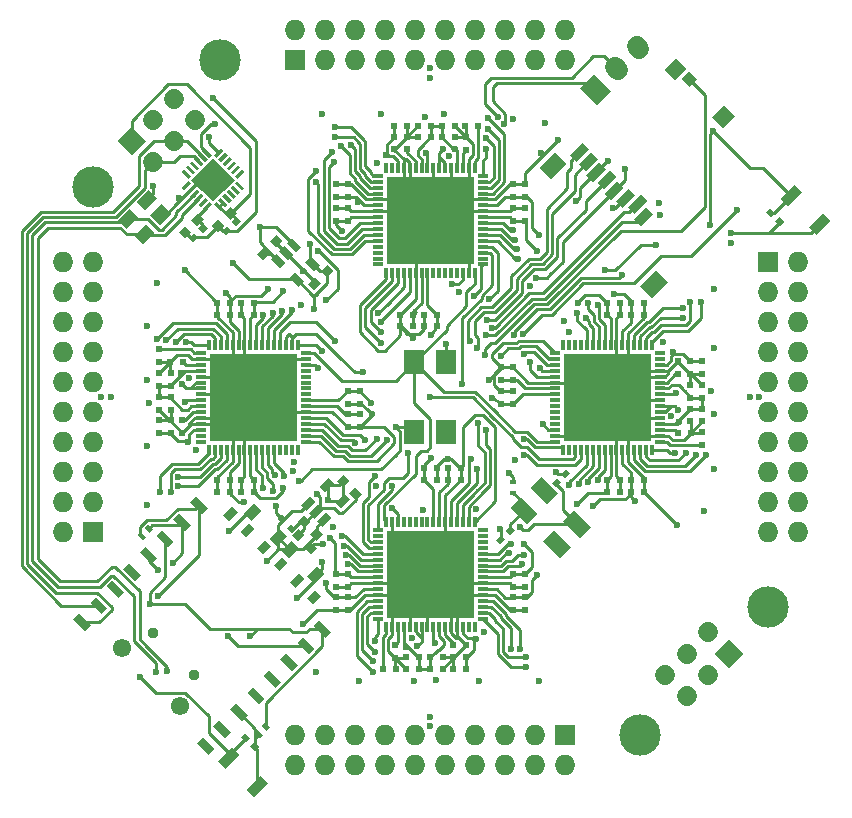
<source format=gbr>
G04 #@! TF.FileFunction,Copper,L1,Top,Signal*
%FSLAX46Y46*%
G04 Gerber Fmt 4.6, Leading zero omitted, Abs format (unit mm)*
G04 Created by KiCad (PCBNEW 4.0.6-e0-6349~53~ubuntu14.04.1) date Tue Apr  4 23:52:44 2017*
%MOMM*%
%LPD*%
G01*
G04 APERTURE LIST*
%ADD10C,0.200000*%
%ADD11R,1.700000X2.100000*%
%ADD12C,3.500000*%
%ADD13C,1.727200*%
%ADD14R,1.727200X1.727200*%
%ADD15O,1.727200X1.727200*%
%ADD16R,0.850000X0.300000*%
%ADD17R,0.300000X0.850000*%
%ADD18R,1.837500X1.837500*%
%ADD19R,0.500000X0.600000*%
%ADD20R,0.600000X0.500000*%
%ADD21C,0.950000*%
%ADD22C,1.550000*%
%ADD23R,0.600000X0.400000*%
%ADD24C,0.600000*%
%ADD25C,0.250000*%
G04 APERTURE END LIST*
D10*
D11*
X1350000Y-2950000D03*
X1350000Y2950000D03*
X-1350000Y2950000D03*
X-1350000Y-2950000D03*
D12*
X-28575000Y17780000D03*
D10*
G36*
X14077763Y24705922D02*
X12640922Y26142763D01*
X13862237Y27364078D01*
X15299078Y25927237D01*
X14077763Y24705922D01*
X14077763Y24705922D01*
G37*
D13*
X15658288Y27938814D02*
X15873814Y27723288D01*
X17454339Y29734865D02*
X17669865Y29519339D01*
D10*
G36*
X-12140642Y13024526D02*
X-11681023Y13484145D01*
X-10931490Y12734612D01*
X-11391109Y12274993D01*
X-12140642Y13024526D01*
X-12140642Y13024526D01*
G37*
G36*
X-12812393Y12352774D02*
X-12352774Y12812393D01*
X-11603241Y12062860D01*
X-12062860Y11603241D01*
X-12812393Y12352774D01*
X-12812393Y12352774D01*
G37*
G36*
X-13484145Y11681023D02*
X-13024526Y12140642D01*
X-12274993Y11391109D01*
X-12734612Y10931490D01*
X-13484145Y11681023D01*
X-13484145Y11681023D01*
G37*
G36*
X-11928510Y10125388D02*
X-11468891Y10585007D01*
X-10719358Y9835474D01*
X-11178977Y9375855D01*
X-11928510Y10125388D01*
X-11928510Y10125388D01*
G37*
G36*
X-10585007Y11468891D02*
X-10125388Y11928510D01*
X-9375855Y11178977D01*
X-9835474Y10719358D01*
X-10585007Y11468891D01*
X-10585007Y11468891D01*
G37*
G36*
X-10484526Y-9600642D02*
X-10944145Y-9141023D01*
X-10194612Y-8391490D01*
X-9734993Y-8851109D01*
X-10484526Y-9600642D01*
X-10484526Y-9600642D01*
G37*
G36*
X-9812774Y-10272393D02*
X-10272393Y-9812774D01*
X-9522860Y-9063241D01*
X-9063241Y-9522860D01*
X-9812774Y-10272393D01*
X-9812774Y-10272393D01*
G37*
G36*
X-9141023Y-10944145D02*
X-9600642Y-10484526D01*
X-8851109Y-9734993D01*
X-8391490Y-10194612D01*
X-9141023Y-10944145D01*
X-9141023Y-10944145D01*
G37*
G36*
X-7585388Y-9388510D02*
X-8045007Y-8928891D01*
X-7295474Y-8179358D01*
X-6835855Y-8638977D01*
X-7585388Y-9388510D01*
X-7585388Y-9388510D01*
G37*
G36*
X-8928891Y-8045007D02*
X-9388510Y-7585388D01*
X-8638977Y-6835855D01*
X-8179358Y-7295474D01*
X-8928891Y-8045007D01*
X-8928891Y-8045007D01*
G37*
G36*
X17775812Y9431951D02*
X19119315Y10775454D01*
X20109264Y9785505D01*
X18765761Y8442002D01*
X17775812Y9431951D01*
X17775812Y9431951D01*
G37*
G36*
X9184464Y19437512D02*
X10527967Y20781015D01*
X11517916Y19791066D01*
X10174413Y18447563D01*
X9184464Y19437512D01*
X9184464Y19437512D01*
G37*
G36*
X23856930Y23715509D02*
X24846879Y24705458D01*
X25766118Y23786219D01*
X24776169Y22796270D01*
X23856930Y23715509D01*
X23856930Y23715509D01*
G37*
G36*
X19826422Y27746018D02*
X20816371Y28735967D01*
X21735610Y27816728D01*
X20745661Y26826779D01*
X19826422Y27746018D01*
X19826422Y27746018D01*
G37*
G36*
X17231339Y15053451D02*
X18291999Y16114111D01*
X18857685Y15548425D01*
X17797025Y14487765D01*
X17231339Y15053451D01*
X17231339Y15053451D01*
G37*
G36*
X16736365Y16114111D02*
X17797025Y17174771D01*
X18362711Y16609085D01*
X17302051Y15548425D01*
X16736365Y16114111D01*
X16736365Y16114111D01*
G37*
G36*
X15675704Y16609086D02*
X16736364Y17669746D01*
X17302050Y17104060D01*
X16241390Y16043400D01*
X15675704Y16609086D01*
X15675704Y16609086D01*
G37*
G36*
X14756466Y17245482D02*
X15817126Y18306142D01*
X16382812Y17740456D01*
X15322152Y16679796D01*
X14756466Y17245482D01*
X14756466Y17245482D01*
G37*
G36*
X14120069Y18164721D02*
X15180729Y19225381D01*
X15746415Y18659695D01*
X14685755Y17599035D01*
X14120069Y18164721D01*
X14120069Y18164721D01*
G37*
G36*
X13200831Y18801117D02*
X14261491Y19861777D01*
X14827177Y19296091D01*
X13766517Y18235431D01*
X13200831Y18801117D01*
X13200831Y18801117D01*
G37*
G36*
X12564435Y19720356D02*
X13625095Y20781016D01*
X14190781Y20215330D01*
X13130121Y19154670D01*
X12564435Y19720356D01*
X12564435Y19720356D01*
G37*
G36*
X11786617Y20498173D02*
X12847277Y21558833D01*
X13412963Y20993147D01*
X12352303Y19932487D01*
X11786617Y20498173D01*
X11786617Y20498173D01*
G37*
G36*
X21230028Y26971736D02*
X21901779Y27643487D01*
X22608886Y26936380D01*
X21937135Y26264629D01*
X21230028Y26971736D01*
X21230028Y26971736D01*
G37*
D14*
X11430000Y-28575000D03*
D15*
X11430000Y-31115000D03*
X8890000Y-28575000D03*
X8890000Y-31115000D03*
X6350000Y-28575000D03*
X6350000Y-31115000D03*
X3810000Y-28575000D03*
X3810000Y-31115000D03*
X1270000Y-28575000D03*
X1270000Y-31115000D03*
X-1270000Y-28575000D03*
X-1270000Y-31115000D03*
X-3810000Y-28575000D03*
X-3810000Y-31115000D03*
X-6350000Y-28575000D03*
X-6350000Y-31115000D03*
X-8890000Y-28575000D03*
X-8890000Y-31115000D03*
X-11430000Y-28575000D03*
X-11430000Y-31115000D03*
D14*
X-28575000Y-11430000D03*
D15*
X-31115000Y-11430000D03*
X-28575000Y-8890000D03*
X-31115000Y-8890000D03*
X-28575000Y-6350000D03*
X-31115000Y-6350000D03*
X-28575000Y-3810000D03*
X-31115000Y-3810000D03*
X-28575000Y-1270000D03*
X-31115000Y-1270000D03*
X-28575000Y1270000D03*
X-31115000Y1270000D03*
X-28575000Y3810000D03*
X-31115000Y3810000D03*
X-28575000Y6350000D03*
X-31115000Y6350000D03*
X-28575000Y8890000D03*
X-31115000Y8890000D03*
X-28575000Y11430000D03*
X-31115000Y11430000D03*
D14*
X-11430000Y28575000D03*
D15*
X-11430000Y31115000D03*
X-8890000Y28575000D03*
X-8890000Y31115000D03*
X-6350000Y28575000D03*
X-6350000Y31115000D03*
X-3810000Y28575000D03*
X-3810000Y31115000D03*
X-1270000Y28575000D03*
X-1270000Y31115000D03*
X1270000Y28575000D03*
X1270000Y31115000D03*
X3810000Y28575000D03*
X3810000Y31115000D03*
X6350000Y28575000D03*
X6350000Y31115000D03*
X8890000Y28575000D03*
X8890000Y31115000D03*
X11430000Y28575000D03*
X11430000Y31115000D03*
D14*
X28575000Y11430000D03*
D15*
X31115000Y11430000D03*
X28575000Y8890000D03*
X31115000Y8890000D03*
X28575000Y6350000D03*
X31115000Y6350000D03*
X28575000Y3810000D03*
X31115000Y3810000D03*
X28575000Y1270000D03*
X31115000Y1270000D03*
X28575000Y-1270000D03*
X31115000Y-1270000D03*
X28575000Y-3810000D03*
X31115000Y-3810000D03*
X28575000Y-6350000D03*
X31115000Y-6350000D03*
X28575000Y-8890000D03*
X31115000Y-8890000D03*
X28575000Y-11430000D03*
X31115000Y-11430000D03*
D16*
X4450000Y-18750000D03*
X4450000Y-18250000D03*
X4450000Y-17750000D03*
X4450000Y-17250000D03*
X4450000Y-16750000D03*
X4450000Y-16250000D03*
X4450000Y-15750000D03*
X4450000Y-15250000D03*
X4450000Y-14750000D03*
X4450000Y-14250000D03*
X4450000Y-13750000D03*
X4450000Y-13250000D03*
X4450000Y-12750000D03*
X4450000Y-12250000D03*
X4450000Y-11750000D03*
X4450000Y-11250000D03*
D17*
X3750000Y-10550000D03*
X3250000Y-10550000D03*
X2750000Y-10550000D03*
X2250000Y-10550000D03*
X1750000Y-10550000D03*
X1250000Y-10550000D03*
X750000Y-10550000D03*
X250000Y-10550000D03*
X-250000Y-10550000D03*
X-750000Y-10550000D03*
X-1250000Y-10550000D03*
X-1750000Y-10550000D03*
X-2250000Y-10550000D03*
X-2750000Y-10550000D03*
X-3250000Y-10550000D03*
X-3750000Y-10550000D03*
D16*
X-4450000Y-11250000D03*
X-4450000Y-11750000D03*
X-4450000Y-12250000D03*
X-4450000Y-12750000D03*
X-4450000Y-13250000D03*
X-4450000Y-13750000D03*
X-4450000Y-14250000D03*
X-4450000Y-14750000D03*
X-4450000Y-15250000D03*
X-4450000Y-15750000D03*
X-4450000Y-16250000D03*
X-4450000Y-16750000D03*
X-4450000Y-17250000D03*
X-4450000Y-17750000D03*
X-4450000Y-18250000D03*
X-4450000Y-18750000D03*
D17*
X-3750000Y-19450000D03*
X-3250000Y-19450000D03*
X-2750000Y-19450000D03*
X-2250000Y-19450000D03*
X-1750000Y-19450000D03*
X-1250000Y-19450000D03*
X-750000Y-19450000D03*
X-250000Y-19450000D03*
X250000Y-19450000D03*
X750000Y-19450000D03*
X1250000Y-19450000D03*
X1750000Y-19450000D03*
X2250000Y-19450000D03*
X2750000Y-19450000D03*
X3250000Y-19450000D03*
X3750000Y-19450000D03*
D18*
X-2756250Y-12243750D03*
X-2756250Y-14081250D03*
X-2756250Y-15918750D03*
X-2756250Y-17756250D03*
X-918750Y-12243750D03*
X-918750Y-14081250D03*
X-918750Y-15918750D03*
X-918750Y-17756250D03*
X918750Y-12243750D03*
X918750Y-14081250D03*
X918750Y-15918750D03*
X918750Y-17756250D03*
X2756250Y-12243750D03*
X2756250Y-14081250D03*
X2756250Y-15918750D03*
X2756250Y-17756250D03*
D17*
X-18750000Y-4450000D03*
X-18250000Y-4450000D03*
X-17750000Y-4450000D03*
X-17250000Y-4450000D03*
X-16750000Y-4450000D03*
X-16250000Y-4450000D03*
X-15750000Y-4450000D03*
X-15250000Y-4450000D03*
X-14750000Y-4450000D03*
X-14250000Y-4450000D03*
X-13750000Y-4450000D03*
X-13250000Y-4450000D03*
X-12750000Y-4450000D03*
X-12250000Y-4450000D03*
X-11750000Y-4450000D03*
X-11250000Y-4450000D03*
D16*
X-10550000Y-3750000D03*
X-10550000Y-3250000D03*
X-10550000Y-2750000D03*
X-10550000Y-2250000D03*
X-10550000Y-1750000D03*
X-10550000Y-1250000D03*
X-10550000Y-750000D03*
X-10550000Y-250000D03*
X-10550000Y250000D03*
X-10550000Y750000D03*
X-10550000Y1250000D03*
X-10550000Y1750000D03*
X-10550000Y2250000D03*
X-10550000Y2750000D03*
X-10550000Y3250000D03*
X-10550000Y3750000D03*
D17*
X-11250000Y4450000D03*
X-11750000Y4450000D03*
X-12250000Y4450000D03*
X-12750000Y4450000D03*
X-13250000Y4450000D03*
X-13750000Y4450000D03*
X-14250000Y4450000D03*
X-14750000Y4450000D03*
X-15250000Y4450000D03*
X-15750000Y4450000D03*
X-16250000Y4450000D03*
X-16750000Y4450000D03*
X-17250000Y4450000D03*
X-17750000Y4450000D03*
X-18250000Y4450000D03*
X-18750000Y4450000D03*
D16*
X-19450000Y3750000D03*
X-19450000Y3250000D03*
X-19450000Y2750000D03*
X-19450000Y2250000D03*
X-19450000Y1750000D03*
X-19450000Y1250000D03*
X-19450000Y750000D03*
X-19450000Y250000D03*
X-19450000Y-250000D03*
X-19450000Y-750000D03*
X-19450000Y-1250000D03*
X-19450000Y-1750000D03*
X-19450000Y-2250000D03*
X-19450000Y-2750000D03*
X-19450000Y-3250000D03*
X-19450000Y-3750000D03*
D18*
X-12243750Y2756250D03*
X-14081250Y2756250D03*
X-15918750Y2756250D03*
X-17756250Y2756250D03*
X-12243750Y918750D03*
X-14081250Y918750D03*
X-15918750Y918750D03*
X-17756250Y918750D03*
X-12243750Y-918750D03*
X-14081250Y-918750D03*
X-15918750Y-918750D03*
X-17756250Y-918750D03*
X-12243750Y-2756250D03*
X-14081250Y-2756250D03*
X-15918750Y-2756250D03*
X-17756250Y-2756250D03*
D16*
X-4450000Y18750000D03*
X-4450000Y18250000D03*
X-4450000Y17750000D03*
X-4450000Y17250000D03*
X-4450000Y16750000D03*
X-4450000Y16250000D03*
X-4450000Y15750000D03*
X-4450000Y15250000D03*
X-4450000Y14750000D03*
X-4450000Y14250000D03*
X-4450000Y13750000D03*
X-4450000Y13250000D03*
X-4450000Y12750000D03*
X-4450000Y12250000D03*
X-4450000Y11750000D03*
X-4450000Y11250000D03*
D17*
X-3750000Y10550000D03*
X-3250000Y10550000D03*
X-2750000Y10550000D03*
X-2250000Y10550000D03*
X-1750000Y10550000D03*
X-1250000Y10550000D03*
X-750000Y10550000D03*
X-250000Y10550000D03*
X250000Y10550000D03*
X750000Y10550000D03*
X1250000Y10550000D03*
X1750000Y10550000D03*
X2250000Y10550000D03*
X2750000Y10550000D03*
X3250000Y10550000D03*
X3750000Y10550000D03*
D16*
X4450000Y11250000D03*
X4450000Y11750000D03*
X4450000Y12250000D03*
X4450000Y12750000D03*
X4450000Y13250000D03*
X4450000Y13750000D03*
X4450000Y14250000D03*
X4450000Y14750000D03*
X4450000Y15250000D03*
X4450000Y15750000D03*
X4450000Y16250000D03*
X4450000Y16750000D03*
X4450000Y17250000D03*
X4450000Y17750000D03*
X4450000Y18250000D03*
X4450000Y18750000D03*
D17*
X3750000Y19450000D03*
X3250000Y19450000D03*
X2750000Y19450000D03*
X2250000Y19450000D03*
X1750000Y19450000D03*
X1250000Y19450000D03*
X750000Y19450000D03*
X250000Y19450000D03*
X-250000Y19450000D03*
X-750000Y19450000D03*
X-1250000Y19450000D03*
X-1750000Y19450000D03*
X-2250000Y19450000D03*
X-2750000Y19450000D03*
X-3250000Y19450000D03*
X-3750000Y19450000D03*
D18*
X2756250Y12243750D03*
X2756250Y14081250D03*
X2756250Y15918750D03*
X2756250Y17756250D03*
X918750Y12243750D03*
X918750Y14081250D03*
X918750Y15918750D03*
X918750Y17756250D03*
X-918750Y12243750D03*
X-918750Y14081250D03*
X-918750Y15918750D03*
X-918750Y17756250D03*
X-2756250Y12243750D03*
X-2756250Y14081250D03*
X-2756250Y15918750D03*
X-2756250Y17756250D03*
D17*
X18750000Y4450000D03*
X18250000Y4450000D03*
X17750000Y4450000D03*
X17250000Y4450000D03*
X16750000Y4450000D03*
X16250000Y4450000D03*
X15750000Y4450000D03*
X15250000Y4450000D03*
X14750000Y4450000D03*
X14250000Y4450000D03*
X13750000Y4450000D03*
X13250000Y4450000D03*
X12750000Y4450000D03*
X12250000Y4450000D03*
X11750000Y4450000D03*
X11250000Y4450000D03*
D16*
X10550000Y3750000D03*
X10550000Y3250000D03*
X10550000Y2750000D03*
X10550000Y2250000D03*
X10550000Y1750000D03*
X10550000Y1250000D03*
X10550000Y750000D03*
X10550000Y250000D03*
X10550000Y-250000D03*
X10550000Y-750000D03*
X10550000Y-1250000D03*
X10550000Y-1750000D03*
X10550000Y-2250000D03*
X10550000Y-2750000D03*
X10550000Y-3250000D03*
X10550000Y-3750000D03*
D17*
X11250000Y-4450000D03*
X11750000Y-4450000D03*
X12250000Y-4450000D03*
X12750000Y-4450000D03*
X13250000Y-4450000D03*
X13750000Y-4450000D03*
X14250000Y-4450000D03*
X14750000Y-4450000D03*
X15250000Y-4450000D03*
X15750000Y-4450000D03*
X16250000Y-4450000D03*
X16750000Y-4450000D03*
X17250000Y-4450000D03*
X17750000Y-4450000D03*
X18250000Y-4450000D03*
X18750000Y-4450000D03*
D16*
X19450000Y-3750000D03*
X19450000Y-3250000D03*
X19450000Y-2750000D03*
X19450000Y-2250000D03*
X19450000Y-1750000D03*
X19450000Y-1250000D03*
X19450000Y-750000D03*
X19450000Y-250000D03*
X19450000Y250000D03*
X19450000Y750000D03*
X19450000Y1250000D03*
X19450000Y1750000D03*
X19450000Y2250000D03*
X19450000Y2750000D03*
X19450000Y3250000D03*
X19450000Y3750000D03*
D18*
X12243750Y-2756250D03*
X14081250Y-2756250D03*
X15918750Y-2756250D03*
X17756250Y-2756250D03*
X12243750Y-918750D03*
X14081250Y-918750D03*
X15918750Y-918750D03*
X17756250Y-918750D03*
X12243750Y918750D03*
X14081250Y918750D03*
X15918750Y918750D03*
X17756250Y918750D03*
X12243750Y2756250D03*
X14081250Y2756250D03*
X15918750Y2756250D03*
X17756250Y2756250D03*
D19*
X8000000Y-16950000D03*
X8000000Y-18050000D03*
X8000000Y-14950000D03*
X8000000Y-16050000D03*
D20*
X1450000Y-6000000D03*
X2550000Y-6000000D03*
X-550000Y-6000000D03*
X550000Y-6000000D03*
D19*
X7000000Y-16950000D03*
X7000000Y-18050000D03*
X7000000Y-14950000D03*
X7000000Y-16050000D03*
D20*
X1450000Y-7000000D03*
X2550000Y-7000000D03*
X-550000Y-7000000D03*
X550000Y-7000000D03*
D19*
X-7000000Y-18050000D03*
X-7000000Y-16950000D03*
X-7000000Y-16050000D03*
X-7000000Y-14950000D03*
X-3000000Y-20950000D03*
X-3000000Y-22050000D03*
D20*
X3050000Y-22000000D03*
X1950000Y-22000000D03*
X1050000Y-22000000D03*
X-50000Y-22000000D03*
X-950000Y-22000000D03*
X-2050000Y-22000000D03*
X3050000Y-21000000D03*
X1950000Y-21000000D03*
D19*
X-8000000Y-18050000D03*
X-8000000Y-16950000D03*
X-8000000Y-16050000D03*
X-8000000Y-14950000D03*
D20*
X3050000Y-23000000D03*
X1950000Y-23000000D03*
X1050000Y-23000000D03*
X-50000Y-23000000D03*
X-950000Y-23000000D03*
X-2050000Y-23000000D03*
X-2950000Y-23000000D03*
X-4050000Y-23000000D03*
X-16950000Y-8000000D03*
X-18050000Y-8000000D03*
X-14950000Y-8000000D03*
X-16050000Y-8000000D03*
D19*
X-6000000Y-1450000D03*
X-6000000Y-2550000D03*
X-6000000Y550000D03*
X-6000000Y-550000D03*
D20*
X-16950000Y-7000000D03*
X-18050000Y-7000000D03*
X-14950000Y-7000000D03*
X-16050000Y-7000000D03*
D19*
X-7000000Y-1450000D03*
X-7000000Y-2550000D03*
X-7000000Y550000D03*
X-7000000Y-550000D03*
D20*
X-18050000Y7000000D03*
X-16950000Y7000000D03*
X-16050000Y7000000D03*
X-14950000Y7000000D03*
X-20950000Y3000000D03*
X-22050000Y3000000D03*
D19*
X-22000000Y-3050000D03*
X-22000000Y-1950000D03*
X-22000000Y-1050000D03*
X-22000000Y50000D03*
X-22000000Y950000D03*
X-22000000Y2050000D03*
X-21000000Y-3050000D03*
X-21000000Y-1950000D03*
D20*
X-18050000Y8000000D03*
X-16950000Y8000000D03*
X-16050000Y8000000D03*
X-14950000Y8000000D03*
D19*
X-23000000Y-3050000D03*
X-23000000Y-1950000D03*
X-23000000Y-1050000D03*
X-23000000Y50000D03*
X-23000000Y950000D03*
X-23000000Y2050000D03*
X-23000000Y2950000D03*
X-23000000Y4050000D03*
X-8000000Y16950000D03*
X-8000000Y18050000D03*
X-8000000Y14950000D03*
X-8000000Y16050000D03*
D20*
X-1450000Y6000000D03*
X-2550000Y6000000D03*
X550000Y6000000D03*
X-550000Y6000000D03*
D19*
X-7000000Y16950000D03*
X-7000000Y18050000D03*
X-7000000Y14950000D03*
X-7000000Y16050000D03*
D20*
X-1450000Y7000000D03*
X-2550000Y7000000D03*
X550000Y7000000D03*
X-550000Y7000000D03*
D19*
X7000000Y18050000D03*
X7000000Y16950000D03*
X7000000Y16050000D03*
X7000000Y14950000D03*
X3000000Y20950000D03*
X3000000Y22050000D03*
D20*
X-3050000Y22000000D03*
X-1950000Y22000000D03*
X-1050000Y22000000D03*
X50000Y22000000D03*
X950000Y22000000D03*
X2050000Y22000000D03*
X-3050000Y21000000D03*
X-1950000Y21000000D03*
D19*
X8000000Y18050000D03*
X8000000Y16950000D03*
X8000000Y16050000D03*
X8000000Y14950000D03*
D20*
X-3050000Y23000000D03*
X-1950000Y23000000D03*
X-1050000Y23000000D03*
X50000Y23000000D03*
X950000Y23000000D03*
X2050000Y23000000D03*
X2950000Y23000000D03*
X4050000Y23000000D03*
X16950000Y8000000D03*
X18050000Y8000000D03*
X14950000Y8000000D03*
X16050000Y8000000D03*
D19*
X6000000Y1450000D03*
X6000000Y2550000D03*
X6000000Y-550000D03*
X6000000Y550000D03*
D20*
X16950000Y7000000D03*
X18050000Y7000000D03*
X14950000Y7000000D03*
X16050000Y7000000D03*
D19*
X7000000Y1450000D03*
X7000000Y2550000D03*
X7000000Y-550000D03*
X7000000Y550000D03*
D20*
X18050000Y-7000000D03*
X16950000Y-7000000D03*
X16050000Y-7000000D03*
X14950000Y-7000000D03*
X20950000Y-3000000D03*
X22050000Y-3000000D03*
D19*
X22000000Y3050000D03*
X22000000Y1950000D03*
X22000000Y1050000D03*
X22000000Y-50000D03*
X22000000Y-950000D03*
X22000000Y-2050000D03*
X21000000Y3050000D03*
X21000000Y1950000D03*
D20*
X18050000Y-8000000D03*
X16950000Y-8000000D03*
X16050000Y-8000000D03*
X14950000Y-8000000D03*
D19*
X23000000Y3050000D03*
X23000000Y1950000D03*
X23000000Y1050000D03*
X23000000Y-50000D03*
X23000000Y-950000D03*
X23000000Y-2050000D03*
X23000000Y-2950000D03*
X23000000Y-4050000D03*
D10*
G36*
X10624736Y-7635818D02*
X10271182Y-7282264D01*
X10695446Y-6858000D01*
X11049000Y-7211554D01*
X10624736Y-7635818D01*
X10624736Y-7635818D01*
G37*
G36*
X11402554Y-6858000D02*
X11049000Y-6504446D01*
X11473264Y-6080182D01*
X11826818Y-6433736D01*
X11402554Y-6858000D01*
X11402554Y-6858000D01*
G37*
G36*
X6774264Y-10906182D02*
X7127818Y-11259736D01*
X6703554Y-11684000D01*
X6350000Y-11330446D01*
X6774264Y-10906182D01*
X6774264Y-10906182D01*
G37*
G36*
X5996446Y-11684000D02*
X6350000Y-12037554D01*
X5925736Y-12461818D01*
X5572182Y-12108264D01*
X5996446Y-11684000D01*
X5996446Y-11684000D01*
G37*
G36*
X-10462660Y-15165011D02*
X-9599989Y-14302340D01*
X-8956522Y-14945807D01*
X-9819193Y-15808478D01*
X-10462660Y-15165011D01*
X-10462660Y-15165011D01*
G37*
G36*
X-12633478Y-12994193D02*
X-11770807Y-12131522D01*
X-11127340Y-12774989D01*
X-11990011Y-13637660D01*
X-12633478Y-12994193D01*
X-12633478Y-12994193D01*
G37*
G36*
X-14302340Y-9599989D02*
X-15165011Y-10462660D01*
X-15808478Y-9819193D01*
X-14945807Y-8956522D01*
X-14302340Y-9599989D01*
X-14302340Y-9599989D01*
G37*
G36*
X-12131522Y-11770807D02*
X-12994193Y-12633478D01*
X-13637660Y-11990011D01*
X-12774989Y-11127340D01*
X-12131522Y-11770807D01*
X-12131522Y-11770807D01*
G37*
G36*
X-20872196Y17513439D02*
X-21084328Y17725571D01*
X-20483288Y18326611D01*
X-20271156Y18114479D01*
X-20872196Y17513439D01*
X-20872196Y17513439D01*
G37*
G36*
X-20518642Y17159886D02*
X-20730774Y17372018D01*
X-20129734Y17973058D01*
X-19917602Y17760926D01*
X-20518642Y17159886D01*
X-20518642Y17159886D01*
G37*
G36*
X-20165089Y16806332D02*
X-20377221Y17018464D01*
X-19776181Y17619504D01*
X-19564049Y17407372D01*
X-20165089Y16806332D01*
X-20165089Y16806332D01*
G37*
G36*
X-19811536Y16452779D02*
X-20023668Y16664911D01*
X-19422628Y17265951D01*
X-19210496Y17053819D01*
X-19811536Y16452779D01*
X-19811536Y16452779D01*
G37*
G36*
X-19457982Y16099226D02*
X-19670114Y16311358D01*
X-19069074Y16912398D01*
X-18856942Y16700266D01*
X-19457982Y16099226D01*
X-19457982Y16099226D01*
G37*
G36*
X-19104429Y15745672D02*
X-19316561Y15957804D01*
X-18715521Y16558844D01*
X-18503389Y16346712D01*
X-19104429Y15745672D01*
X-19104429Y15745672D01*
G37*
G36*
X-17513439Y15957804D02*
X-17725571Y15745672D01*
X-18326611Y16346712D01*
X-18114479Y16558844D01*
X-17513439Y15957804D01*
X-17513439Y15957804D01*
G37*
G36*
X-17159886Y16311358D02*
X-17372018Y16099226D01*
X-17973058Y16700266D01*
X-17760926Y16912398D01*
X-17159886Y16311358D01*
X-17159886Y16311358D01*
G37*
G36*
X-16806332Y16664911D02*
X-17018464Y16452779D01*
X-17619504Y17053819D01*
X-17407372Y17265951D01*
X-16806332Y16664911D01*
X-16806332Y16664911D01*
G37*
G36*
X-16452779Y17018464D02*
X-16664911Y16806332D01*
X-17265951Y17407372D01*
X-17053819Y17619504D01*
X-16452779Y17018464D01*
X-16452779Y17018464D01*
G37*
G36*
X-16099226Y17372018D02*
X-16311358Y17159886D01*
X-16912398Y17760926D01*
X-16700266Y17973058D01*
X-16099226Y17372018D01*
X-16099226Y17372018D01*
G37*
G36*
X-15745672Y17725571D02*
X-15957804Y17513439D01*
X-16558844Y18114479D01*
X-16346712Y18326611D01*
X-15745672Y17725571D01*
X-15745672Y17725571D01*
G37*
G36*
X-16346712Y18503389D02*
X-16558844Y18715521D01*
X-15957804Y19316561D01*
X-15745672Y19104429D01*
X-16346712Y18503389D01*
X-16346712Y18503389D01*
G37*
G36*
X-16700266Y18856942D02*
X-16912398Y19069074D01*
X-16311358Y19670114D01*
X-16099226Y19457982D01*
X-16700266Y18856942D01*
X-16700266Y18856942D01*
G37*
G36*
X-17053819Y19210496D02*
X-17265951Y19422628D01*
X-16664911Y20023668D01*
X-16452779Y19811536D01*
X-17053819Y19210496D01*
X-17053819Y19210496D01*
G37*
G36*
X-17407372Y19564049D02*
X-17619504Y19776181D01*
X-17018464Y20377221D01*
X-16806332Y20165089D01*
X-17407372Y19564049D01*
X-17407372Y19564049D01*
G37*
G36*
X-17760926Y19917602D02*
X-17973058Y20129734D01*
X-17372018Y20730774D01*
X-17159886Y20518642D01*
X-17760926Y19917602D01*
X-17760926Y19917602D01*
G37*
G36*
X-18114479Y20271156D02*
X-18326611Y20483288D01*
X-17725571Y21084328D01*
X-17513439Y20872196D01*
X-18114479Y20271156D01*
X-18114479Y20271156D01*
G37*
G36*
X-18503389Y20483288D02*
X-18715521Y20271156D01*
X-19316561Y20872196D01*
X-19104429Y21084328D01*
X-18503389Y20483288D01*
X-18503389Y20483288D01*
G37*
G36*
X-18856942Y20129734D02*
X-19069074Y19917602D01*
X-19670114Y20518642D01*
X-19457982Y20730774D01*
X-18856942Y20129734D01*
X-18856942Y20129734D01*
G37*
G36*
X-19210496Y19776181D02*
X-19422628Y19564049D01*
X-20023668Y20165089D01*
X-19811536Y20377221D01*
X-19210496Y19776181D01*
X-19210496Y19776181D01*
G37*
G36*
X-19564049Y19422628D02*
X-19776181Y19210496D01*
X-20377221Y19811536D01*
X-20165089Y20023668D01*
X-19564049Y19422628D01*
X-19564049Y19422628D01*
G37*
G36*
X-19917602Y19069074D02*
X-20129734Y18856942D01*
X-20730774Y19457982D01*
X-20518642Y19670114D01*
X-19917602Y19069074D01*
X-19917602Y19069074D01*
G37*
G36*
X-20271156Y18715521D02*
X-20483288Y18503389D01*
X-21084328Y19104429D01*
X-20872196Y19316561D01*
X-20271156Y18715521D01*
X-20271156Y18715521D01*
G37*
G36*
X-17495761Y17495761D02*
X-18415000Y18415000D01*
X-17495761Y19334239D01*
X-16576522Y18415000D01*
X-17495761Y17495761D01*
X-17495761Y17495761D01*
G37*
G36*
X-18415000Y18415000D02*
X-19334239Y19334239D01*
X-18415000Y20253478D01*
X-17495761Y19334239D01*
X-18415000Y18415000D01*
X-18415000Y18415000D01*
G37*
G36*
X-18415000Y16576522D02*
X-19334239Y17495761D01*
X-18415000Y18415000D01*
X-17495761Y17495761D01*
X-18415000Y16576522D01*
X-18415000Y16576522D01*
G37*
G36*
X-19334239Y17495761D02*
X-20253478Y18415000D01*
X-19334239Y19334239D01*
X-18415000Y18415000D01*
X-19334239Y17495761D01*
X-19334239Y17495761D01*
G37*
G36*
X-21889426Y15544431D02*
X-22879050Y14554807D01*
X-23726786Y15402543D01*
X-22737162Y16392167D01*
X-21889426Y15544431D01*
X-21889426Y15544431D01*
G37*
G36*
X-23175399Y16830403D02*
X-24165023Y15840779D01*
X-24872667Y16548423D01*
X-23883043Y17538047D01*
X-23175399Y16830403D01*
X-23175399Y16830403D01*
G37*
G36*
X-24730779Y15275023D02*
X-25720403Y14285399D01*
X-26428047Y14993043D01*
X-25438423Y15982667D01*
X-24730779Y15275023D01*
X-24730779Y15275023D01*
G37*
G36*
X-23387333Y13931577D02*
X-24376957Y12941953D01*
X-25084601Y13649597D01*
X-24094977Y14639221D01*
X-23387333Y13931577D01*
X-23387333Y13931577D01*
G37*
G36*
X-11372182Y-11124264D02*
X-11725736Y-11477818D01*
X-12150000Y-11053554D01*
X-11796446Y-10700000D01*
X-11372182Y-11124264D01*
X-11372182Y-11124264D01*
G37*
G36*
X-12150000Y-10346446D02*
X-12503554Y-10700000D01*
X-12927818Y-10275736D01*
X-12574264Y-9922182D01*
X-12150000Y-10346446D01*
X-12150000Y-10346446D01*
G37*
D21*
X-19986714Y-23523521D03*
X-23522248Y-19987987D03*
D22*
X-21188796Y-26139816D03*
X-26138543Y-21190068D03*
D10*
G36*
X6730532Y-9346828D02*
X7649771Y-8427589D01*
X9063984Y-9841802D01*
X8144745Y-10761041D01*
X6730532Y-9346828D01*
X6730532Y-9346828D01*
G37*
G36*
X9558959Y-12175255D02*
X10478198Y-11256016D01*
X11892411Y-12670229D01*
X10973172Y-13589468D01*
X9558959Y-12175255D01*
X9558959Y-12175255D01*
G37*
G36*
X11256016Y-10478198D02*
X12175255Y-9558959D01*
X13589468Y-10973172D01*
X12670229Y-11892411D01*
X11256016Y-10478198D01*
X11256016Y-10478198D01*
G37*
G36*
X8427589Y-7649771D02*
X9346828Y-6730532D01*
X10761041Y-8144745D01*
X9841802Y-9063984D01*
X8427589Y-7649771D01*
X8427589Y-7649771D01*
G37*
G36*
X-19701992Y15578338D02*
X-19171662Y15048008D01*
X-19737348Y14482322D01*
X-20267678Y15012652D01*
X-19701992Y15578338D01*
X-19701992Y15578338D01*
G37*
G36*
X-20762652Y14517678D02*
X-20232322Y13987348D01*
X-20798008Y13421662D01*
X-21328338Y13951992D01*
X-20762652Y14517678D01*
X-20762652Y14517678D01*
G37*
G36*
X-17998008Y13971662D02*
X-18528338Y14501992D01*
X-17962652Y15067678D01*
X-17432322Y14537348D01*
X-17998008Y13971662D01*
X-17998008Y13971662D01*
G37*
G36*
X-16937348Y15032322D02*
X-17467678Y15562652D01*
X-16901992Y16128338D01*
X-16371662Y15598008D01*
X-16937348Y15032322D01*
X-16937348Y15032322D01*
G37*
G36*
X-14137008Y11621662D02*
X-14667338Y12151992D01*
X-14101652Y12717678D01*
X-13571322Y12187348D01*
X-14137008Y11621662D01*
X-14137008Y11621662D01*
G37*
G36*
X-13076348Y12682322D02*
X-13606678Y13212652D01*
X-13040992Y13778338D01*
X-12510662Y13248008D01*
X-13076348Y12682322D01*
X-13076348Y12682322D01*
G37*
G36*
X-8722992Y11238338D02*
X-8192662Y10708008D01*
X-8758348Y10142322D01*
X-9288678Y10672652D01*
X-8722992Y11238338D01*
X-8722992Y11238338D01*
G37*
G36*
X-9783652Y10177678D02*
X-9253322Y9647348D01*
X-9819008Y9081662D01*
X-10349338Y9611992D01*
X-9783652Y10177678D01*
X-9783652Y10177678D01*
G37*
G36*
X-9081662Y-11597008D02*
X-9611992Y-12127338D01*
X-10177678Y-11561652D01*
X-9647348Y-11031322D01*
X-9081662Y-11597008D01*
X-9081662Y-11597008D01*
G37*
G36*
X-10142322Y-10536348D02*
X-10672652Y-11066678D01*
X-11238338Y-10500992D01*
X-10708008Y-9970662D01*
X-10142322Y-10536348D01*
X-10142322Y-10536348D01*
G37*
G36*
X-7936338Y-7071992D02*
X-7406008Y-6541662D01*
X-6840322Y-7107348D01*
X-7370652Y-7637678D01*
X-7936338Y-7071992D01*
X-7936338Y-7071992D01*
G37*
G36*
X-6875678Y-8132652D02*
X-6345348Y-7602322D01*
X-5779662Y-8168008D01*
X-6309992Y-8698338D01*
X-6875678Y-8132652D01*
X-6875678Y-8132652D01*
G37*
G36*
X-19225736Y14727818D02*
X-18872182Y14374264D01*
X-19296446Y13950000D01*
X-19650000Y14303554D01*
X-19225736Y14727818D01*
X-19225736Y14727818D01*
G37*
G36*
X-20003554Y13950000D02*
X-19650000Y13596446D01*
X-20074264Y13172182D01*
X-20427818Y13525736D01*
X-20003554Y13950000D01*
X-20003554Y13950000D01*
G37*
G36*
X-17274264Y13722182D02*
X-17627818Y14075736D01*
X-17203554Y14500000D01*
X-16850000Y14146446D01*
X-17274264Y13722182D01*
X-17274264Y13722182D01*
G37*
G36*
X-16496446Y14500000D02*
X-16850000Y14853554D01*
X-16425736Y15277818D01*
X-16072182Y14924264D01*
X-16496446Y14500000D01*
X-16496446Y14500000D01*
G37*
G36*
X-11746338Y-11643992D02*
X-11216008Y-11113662D01*
X-10650322Y-11679348D01*
X-11180652Y-12209678D01*
X-11746338Y-11643992D01*
X-11746338Y-11643992D01*
G37*
G36*
X-10685678Y-12704652D02*
X-10155348Y-12174322D01*
X-9589662Y-12740008D01*
X-10119992Y-13270338D01*
X-10685678Y-12704652D01*
X-10685678Y-12704652D01*
G37*
G36*
X-25290000Y20478685D02*
X-26511315Y21700000D01*
X-25290000Y22921315D01*
X-24068685Y21700000D01*
X-25290000Y20478685D01*
X-25290000Y20478685D01*
G37*
D13*
X-23493949Y19903949D02*
X-23493949Y19903949D01*
X-23493949Y23496051D02*
X-23493949Y23496051D01*
X-21697898Y21700000D02*
X-21697898Y21700000D01*
X-21697898Y25292102D02*
X-21697898Y25292102D01*
X-19901846Y23496051D02*
X-19901846Y23496051D01*
D10*
G36*
X25290000Y-20478685D02*
X26511315Y-21700000D01*
X25290000Y-22921315D01*
X24068685Y-21700000D01*
X25290000Y-20478685D01*
X25290000Y-20478685D01*
G37*
D13*
X23493949Y-19903949D02*
X23493949Y-19903949D01*
X23493949Y-23496051D02*
X23493949Y-23496051D01*
X21697898Y-21700000D02*
X21697898Y-21700000D01*
X21697898Y-25292102D02*
X21697898Y-25292102D01*
X19901846Y-23496051D02*
X19901846Y-23496051D01*
D12*
X-17780000Y28575000D03*
X28575000Y-17780000D03*
X17780000Y-28575000D03*
D10*
G36*
X-9250986Y-16817029D02*
X-9958093Y-17524136D01*
X-10453068Y-17029161D01*
X-9745961Y-16322054D01*
X-9250986Y-16817029D01*
X-9250986Y-16817029D01*
G37*
G36*
X-10665200Y-15402816D02*
X-11372307Y-16109923D01*
X-11867282Y-15614948D01*
X-11160175Y-14907841D01*
X-10665200Y-15402816D01*
X-10665200Y-15402816D01*
G37*
G36*
X-12079414Y-13988602D02*
X-12786521Y-14695709D01*
X-13281496Y-14200734D01*
X-12574389Y-13493627D01*
X-12079414Y-13988602D01*
X-12079414Y-13988602D01*
G37*
G36*
X-13493627Y-12574389D02*
X-14200734Y-13281496D01*
X-14695709Y-12786521D01*
X-13988602Y-12079414D01*
X-13493627Y-12574389D01*
X-13493627Y-12574389D01*
G37*
G36*
X-14907841Y-11160175D02*
X-15614948Y-11867282D01*
X-16109923Y-11372307D01*
X-15402816Y-10665200D01*
X-14907841Y-11160175D01*
X-14907841Y-11160175D01*
G37*
G36*
X-16322054Y-9745961D02*
X-17029161Y-10453068D01*
X-17524136Y-9958093D01*
X-16817029Y-9250986D01*
X-16322054Y-9745961D01*
X-16322054Y-9745961D01*
G37*
G36*
X-18867639Y-9392408D02*
X-19362614Y-9887383D01*
X-20352563Y-8897434D01*
X-19857588Y-8402459D01*
X-18867639Y-9392408D01*
X-18867639Y-9392408D01*
G37*
G36*
X-20281853Y-10806621D02*
X-20776828Y-11301596D01*
X-21766777Y-10311647D01*
X-21271802Y-9816672D01*
X-20281853Y-10806621D01*
X-20281853Y-10806621D01*
G37*
G36*
X-21696066Y-12220835D02*
X-22191041Y-12715810D01*
X-23180990Y-11725861D01*
X-22686015Y-11230886D01*
X-21696066Y-12220835D01*
X-21696066Y-12220835D01*
G37*
G36*
X-23110280Y-13635048D02*
X-23605255Y-14130023D01*
X-24595204Y-13140074D01*
X-24100229Y-12645099D01*
X-23110280Y-13635048D01*
X-23110280Y-13635048D01*
G37*
G36*
X-24524493Y-15049262D02*
X-25019468Y-15544237D01*
X-26009417Y-14554288D01*
X-25514442Y-14059313D01*
X-24524493Y-15049262D01*
X-24524493Y-15049262D01*
G37*
G36*
X-25938707Y-16463475D02*
X-26433682Y-16958450D01*
X-27423631Y-15968501D01*
X-26928656Y-15473526D01*
X-25938707Y-16463475D01*
X-25938707Y-16463475D01*
G37*
G36*
X-27352920Y-17877689D02*
X-27847895Y-18372664D01*
X-28837844Y-17382715D01*
X-28342869Y-16887740D01*
X-27352920Y-17877689D01*
X-27352920Y-17877689D01*
G37*
G36*
X-28767134Y-19291903D02*
X-29262109Y-19786878D01*
X-30252058Y-18796929D01*
X-29757083Y-18301954D01*
X-28767134Y-19291903D01*
X-28767134Y-19291903D01*
G37*
G36*
X-8402459Y-19857588D02*
X-8897434Y-20352563D01*
X-9887383Y-19362614D01*
X-9392408Y-18867639D01*
X-8402459Y-19857588D01*
X-8402459Y-19857588D01*
G37*
G36*
X-9816672Y-21271802D02*
X-10311647Y-21766777D01*
X-11301596Y-20776828D01*
X-10806621Y-20281853D01*
X-9816672Y-21271802D01*
X-9816672Y-21271802D01*
G37*
G36*
X-11230886Y-22686015D02*
X-11725861Y-23180990D01*
X-12715810Y-22191041D01*
X-12220835Y-21696066D01*
X-11230886Y-22686015D01*
X-11230886Y-22686015D01*
G37*
G36*
X-12645099Y-24100229D02*
X-13140074Y-24595204D01*
X-14130023Y-23605255D01*
X-13635048Y-23110280D01*
X-12645099Y-24100229D01*
X-12645099Y-24100229D01*
G37*
G36*
X-14059313Y-25514442D02*
X-14554288Y-26009417D01*
X-15544237Y-25019468D01*
X-15049262Y-24524493D01*
X-14059313Y-25514442D01*
X-14059313Y-25514442D01*
G37*
G36*
X-15473526Y-26928656D02*
X-15968501Y-27423631D01*
X-16958450Y-26433682D01*
X-16463475Y-25938707D01*
X-15473526Y-26928656D01*
X-15473526Y-26928656D01*
G37*
G36*
X-16887740Y-28342869D02*
X-17382715Y-28837844D01*
X-18372664Y-27847895D01*
X-17877689Y-27352920D01*
X-16887740Y-28342869D01*
X-16887740Y-28342869D01*
G37*
G36*
X-18301954Y-29757083D02*
X-18796929Y-30252058D01*
X-19786878Y-29262109D01*
X-19291903Y-28767134D01*
X-18301954Y-29757083D01*
X-18301954Y-29757083D01*
G37*
G36*
X29987818Y14815736D02*
X29634264Y14462182D01*
X29210000Y14886446D01*
X29563554Y15240000D01*
X29987818Y14815736D01*
X29987818Y14815736D01*
G37*
G36*
X29210000Y15593554D02*
X28856446Y15240000D01*
X28432182Y15664264D01*
X28785736Y16017818D01*
X29210000Y15593554D01*
X29210000Y15593554D01*
G37*
G36*
X-14462182Y-29634264D02*
X-14815736Y-29987818D01*
X-15240000Y-29563554D01*
X-14886446Y-29210000D01*
X-14462182Y-29634264D01*
X-14462182Y-29634264D01*
G37*
G36*
X-15240000Y-28856446D02*
X-15593554Y-29210000D01*
X-16017818Y-28785736D01*
X-15664264Y-28432182D01*
X-15240000Y-28856446D01*
X-15240000Y-28856446D01*
G37*
D23*
X6985000Y-8070000D03*
X6985000Y-7170000D03*
D10*
G36*
X-13976513Y-27522249D02*
X-13552249Y-27946513D01*
X-13835091Y-28229355D01*
X-14259355Y-27805091D01*
X-13976513Y-27522249D01*
X-13976513Y-27522249D01*
G37*
G36*
X-14612909Y-28158645D02*
X-14188645Y-28582909D01*
X-14471487Y-28865751D01*
X-14895751Y-28441487D01*
X-14612909Y-28158645D01*
X-14612909Y-28158645D01*
G37*
G36*
X-24377487Y-12101751D02*
X-24801751Y-11677487D01*
X-24518909Y-11394645D01*
X-24094645Y-11818909D01*
X-24377487Y-12101751D01*
X-24377487Y-12101751D01*
G37*
G36*
X-23741091Y-11465355D02*
X-24165355Y-11041091D01*
X-23882513Y-10758249D01*
X-23458249Y-11182513D01*
X-23741091Y-11465355D01*
X-23741091Y-11465355D01*
G37*
G36*
X29628679Y16794239D02*
X30830761Y17996321D01*
X31467157Y17359925D01*
X30265075Y16157843D01*
X29628679Y16794239D01*
X29628679Y16794239D01*
G37*
G36*
X32032843Y14390075D02*
X33234925Y15592157D01*
X33871321Y14955761D01*
X32669239Y13753679D01*
X32032843Y14390075D01*
X32032843Y14390075D01*
G37*
G36*
X-13753679Y-32669239D02*
X-14955761Y-33871321D01*
X-15592157Y-33234925D01*
X-14390075Y-32032843D01*
X-13753679Y-32669239D01*
X-13753679Y-32669239D01*
G37*
G36*
X-16157843Y-30265075D02*
X-17359925Y-31467157D01*
X-17996321Y-30830761D01*
X-16794239Y-29628679D01*
X-16157843Y-30265075D01*
X-16157843Y-30265075D01*
G37*
D24*
X23700000Y14600000D03*
X23950000Y22550000D03*
X8900000Y10100000D03*
X16450000Y19300000D03*
X25450000Y13100000D03*
X19375000Y16425000D03*
X-10200000Y12950000D03*
X-9850000Y7450000D03*
X-16750000Y11400000D03*
X-4600000Y-7550000D03*
X-600000Y-9550000D03*
X3900000Y-9450000D03*
X11700000Y5500000D03*
X-11550000Y-5450000D03*
X7150000Y-5350000D03*
X-8850000Y-15750000D03*
X20500000Y3800000D03*
X-20500000Y-3800000D03*
X-3800000Y20500000D03*
X3850000Y-20500000D03*
X-17300000Y8800000D03*
X17300000Y-8800000D03*
X-2050000Y-21150000D03*
X-21100000Y2050000D03*
X-6100000Y16500000D03*
X-15750000Y-8850000D03*
X-13750000Y9200000D03*
X2100000Y21050000D03*
X9200000Y13750000D03*
X21050000Y-2100000D03*
X15500000Y8750000D03*
X9050000Y-15050000D03*
X13750000Y-9200000D03*
X-8700000Y-8700000D03*
X4050000Y-2150000D03*
X-4700000Y-6700000D03*
X4700000Y-2750000D03*
X3400000Y-5200000D03*
X3950000Y-6100000D03*
X-9500000Y2450000D03*
X-9150000Y3950000D03*
X-8100000Y4800000D03*
X5700000Y23750000D03*
X6250000Y23150000D03*
X5950000Y3500000D03*
X9500000Y-2300000D03*
X7900000Y3650000D03*
X8450000Y2950000D03*
X9250000Y2450000D03*
X7900000Y-3550000D03*
X7900000Y-4850000D03*
X-3250000Y-9400000D03*
X-3250000Y-7500000D03*
X1050000Y21000000D03*
X21000000Y-1050000D03*
X-21050000Y1100000D03*
X-1100000Y-21050000D03*
X50000Y-5150000D03*
X5250000Y-50000D03*
X50000Y5250000D03*
X-5000000Y-500000D03*
X-11100000Y-7050000D03*
X-2950000Y-2550000D03*
X-10750000Y-19200000D03*
X20850000Y-10800000D03*
X10800000Y21800000D03*
X-20800000Y10750000D03*
X9350000Y20650000D03*
X-19850000Y-4500000D03*
X-23150000Y9650000D03*
X-24000000Y-9150000D03*
X-24000000Y-4100000D03*
X-10750000Y10650000D03*
X9700000Y23200000D03*
X-9150000Y24000000D03*
X-4150000Y24000000D03*
X-4500000Y19850000D03*
X24000000Y9150000D03*
X24000000Y4150000D03*
X19700000Y4650000D03*
X23150000Y-9600000D03*
X-9650000Y-23300000D03*
X9200000Y-24000000D03*
X4150000Y-24000000D03*
X4500000Y-19850000D03*
X8400000Y9450000D03*
X12350000Y16600000D03*
X-10950000Y7800000D03*
X-8250000Y-11000000D03*
X11350000Y6500000D03*
X2400000Y8900000D03*
X25450000Y13950000D03*
X19450000Y15450000D03*
X-1350000Y-24000000D03*
X-6050000Y-24000000D03*
X24000000Y-1450000D03*
X24000000Y-6100000D03*
X1150000Y24000000D03*
X7000000Y23550000D03*
X-24000000Y1500000D03*
X-24000000Y6000000D03*
X10650000Y-6350000D03*
X-11650000Y-6250000D03*
X-9600000Y-8200000D03*
X5850000Y-11150000D03*
X15050000Y20000000D03*
X-9550000Y12400000D03*
X-8800000Y8200000D03*
X5000000Y1500000D03*
X1350000Y4550000D03*
X-1500000Y5000000D03*
X-4950000Y-1450000D03*
X1450000Y-5250000D03*
X-3700000Y-3650000D03*
X-4500000Y-3500000D03*
X-5550000Y-3650000D03*
X-6350000Y-3850000D03*
X1800000Y9550000D03*
X-4150000Y4600000D03*
X-4150000Y5500000D03*
X-4150000Y6350000D03*
X-4400000Y7150000D03*
X3700000Y8600000D03*
X5000000Y8300000D03*
X-22900000Y-8050000D03*
X-22000000Y-8050000D03*
X-21350000Y-6750000D03*
X-21350000Y-7550000D03*
X-14150000Y-7700000D03*
X-13350000Y-7900000D03*
X-13200000Y-6600000D03*
X-12400000Y-6700000D03*
X2650000Y1150000D03*
X0Y0D03*
X-1900000Y-4700000D03*
X-5750000Y2100000D03*
X-11750000Y7400000D03*
X-12550000Y7300000D03*
X-13350000Y7150000D03*
X-14150000Y7000000D03*
X-23150000Y4900000D03*
X-22350000Y4850000D03*
X-21550000Y4700000D03*
X-20700000Y4700000D03*
X-27050000Y0D03*
X-20800000Y-400000D03*
X-8050000Y22900000D03*
X-8050000Y22000000D03*
X-6750000Y21350000D03*
X-7600000Y21300000D03*
X-8150000Y19950000D03*
X-8350000Y20750000D03*
X-9700000Y18250000D03*
X-9700000Y19150000D03*
X7450000Y11750000D03*
X7300000Y12550000D03*
X7150000Y13350000D03*
X7000000Y14150000D03*
X4850000Y23650000D03*
X4850000Y22750000D03*
X4700000Y21950000D03*
X4700000Y21050000D03*
X0Y27050000D03*
X-400000Y20700000D03*
X22900000Y8050000D03*
X22000000Y8050000D03*
X21350000Y6750000D03*
X21350000Y7550000D03*
X14150000Y7800000D03*
X13350000Y8000000D03*
X13200000Y6700000D03*
X12450000Y7150000D03*
X11750000Y-7450000D03*
X12550000Y-7300000D03*
X13350000Y-7150000D03*
X14150000Y-7000000D03*
X23350000Y-4900000D03*
X22450000Y-4900000D03*
X21650000Y-4700000D03*
X20700000Y-4700000D03*
X27050000Y0D03*
X20750000Y400000D03*
X8100000Y-22850000D03*
X8100000Y-21950000D03*
X6800000Y-21300000D03*
X7600000Y-21300000D03*
X7750000Y-14150000D03*
X7950000Y-13350000D03*
X6650000Y-13200000D03*
X6850000Y-12400000D03*
X-7450000Y-11750000D03*
X-7300000Y-12550000D03*
X-7150000Y-13350000D03*
X-7000000Y-14150000D03*
X-4900000Y-23250000D03*
X-4850000Y-22350000D03*
X-4700000Y-21550000D03*
X-4700000Y-20650000D03*
X0Y-27050000D03*
X400000Y-20800000D03*
X-20400000Y1600000D03*
X-12450000Y-7700000D03*
X-12450000Y9000000D03*
X-7500000Y14100000D03*
X1600000Y20400000D03*
X9050000Y12400000D03*
X-9100000Y-12450000D03*
X-14450000Y14450000D03*
X23750000Y500000D03*
X-500000Y23750000D03*
X-23850000Y-500000D03*
X450000Y-23950000D03*
X-13850000Y-13850000D03*
X-13100000Y-9200000D03*
X20400000Y-1600000D03*
X12500000Y8000000D03*
X12400000Y-9000000D03*
X-8500000Y-11900000D03*
X-1600000Y-20400000D03*
X7950000Y-12450000D03*
X-23500000Y17850000D03*
X-17050000Y-11350000D03*
X-11300000Y-17000000D03*
X-9200000Y-13950000D03*
X-23250000Y-23250000D03*
X-22300000Y-23200000D03*
X-18750000Y22050000D03*
X-17100000Y-20250000D03*
X-21800000Y-14000000D03*
X-18250000Y23150000D03*
X7050000Y5250000D03*
X16200000Y10350000D03*
X3950000Y4150000D03*
X3350000Y4750000D03*
X4700000Y5250000D03*
X5250000Y5900000D03*
X4750000Y6550000D03*
X15450000Y16000000D03*
X19100000Y12900000D03*
X14750000Y10750000D03*
X4600000Y3550000D03*
X-23100000Y-16850000D03*
X-24550000Y-23650000D03*
X-18450000Y25350000D03*
X-21250000Y16850000D03*
X-15250000Y-20250000D03*
X-23750000Y-17500000D03*
X7550000Y-10950000D03*
X-23100000Y-14650000D03*
X6650000Y-6450000D03*
X25950000Y15850000D03*
X7850000Y5400000D03*
X27850000Y0D03*
X0Y-27850000D03*
X-27850000Y0D03*
X0Y27850000D03*
D25*
X23700000Y22300000D02*
X23950000Y22550000D01*
X23700000Y14600000D02*
X23700000Y22300000D01*
X30547918Y17077082D02*
X29099745Y15628909D01*
X29099745Y15628909D02*
X28821091Y15628909D01*
X30547918Y17077082D02*
X30091091Y16620255D01*
X27050000Y19450000D02*
X28176396Y19450000D01*
X28176396Y19450000D02*
X29528198Y18098198D01*
X23950000Y22550000D02*
X27050000Y19450000D01*
X29528198Y18098198D02*
X29528198Y18096802D01*
X29528198Y18096802D02*
X30547918Y17077082D01*
X8900000Y10100000D02*
X9850000Y10100000D01*
X9850000Y10100000D02*
X10150000Y10400000D01*
X15569639Y17492969D02*
X16450000Y18373330D01*
X16450000Y18373330D02*
X16450000Y19300000D01*
X16500000Y19250000D02*
X16450000Y19300000D01*
X16500000Y19250000D02*
X16450000Y19300000D01*
X-10200000Y11543503D02*
X-9980431Y11323934D01*
X-10200000Y12950000D02*
X-10200000Y11543503D01*
X-9980431Y11323934D02*
X-9346827Y10690330D01*
X-9346827Y10690330D02*
X-8740670Y10690330D01*
X-9850000Y7450000D02*
X-9850000Y8550000D01*
X-9850000Y8550000D02*
X-8740670Y9659330D01*
X-11323934Y9980431D02*
X-10043503Y8700000D01*
X-8740670Y9659330D02*
X-8740670Y10690330D01*
X-9850000Y7450000D02*
X-9850000Y8506497D01*
X-9850000Y8506497D02*
X-11323934Y9980431D01*
X-9850000Y8506497D02*
X-11323934Y9980431D01*
X-15330431Y9980431D02*
X-11323934Y9980431D01*
X-16750000Y11400000D02*
X-15330431Y9980431D01*
X-9727827Y11071330D02*
X-9980431Y11323934D01*
X-10043503Y8700000D02*
X-9700000Y8700000D01*
X-9700000Y8700000D02*
X-8740670Y9659330D01*
X11200000Y13123330D02*
X15569639Y17492969D01*
X11200000Y13123330D02*
X11200000Y11450000D01*
X11200000Y11450000D02*
X10150000Y10400000D01*
X-7000000Y-16950000D02*
X-8000000Y-16950000D01*
X-8000000Y-16950000D02*
X-8150000Y-16950000D01*
X-8000000Y-16950000D02*
X-8150000Y-16950000D01*
X-8150000Y-16950000D02*
X-8850000Y-16250000D01*
X-8850000Y-16250000D02*
X-8850000Y-15750000D01*
X-8000000Y-16950000D02*
X-8150000Y-16950000D01*
X-8150000Y-16950000D02*
X-8850000Y-16250000D01*
X-8850000Y-16250000D02*
X-8850000Y-15750000D01*
X20500000Y3800000D02*
X20600000Y3700000D01*
X-20500000Y-3800000D02*
X-20600000Y-3700000D01*
X-3800000Y20500000D02*
X-3700000Y20600000D01*
X19450000Y2750000D02*
X20000000Y2750000D01*
X20400000Y3500000D02*
X20600000Y3700000D01*
X20400000Y3150000D02*
X20400000Y3500000D01*
X20000000Y2750000D02*
X20400000Y3150000D01*
X-16950000Y8150000D02*
X-16500000Y8600000D01*
X16950000Y-8150000D02*
X16500000Y-8600000D01*
X3750000Y-20600000D02*
X3700000Y-20600000D01*
X3750000Y-20600000D02*
X3850000Y-20500000D01*
X-16950000Y8000000D02*
X-16950000Y8450000D01*
X-16950000Y8450000D02*
X-17300000Y8800000D01*
X16950000Y-8000000D02*
X16950000Y-8450000D01*
X16950000Y-8450000D02*
X17300000Y-8800000D01*
X-2750000Y19450000D02*
X-2750000Y20000000D01*
X-2750000Y20000000D02*
X-3150000Y20400000D01*
X-3150000Y20400000D02*
X-3500000Y20400000D01*
X-3500000Y20400000D02*
X-3700000Y20600000D01*
X-3700000Y21400000D02*
X-3100000Y22000000D01*
X-3700000Y20600000D02*
X-3700000Y21400000D01*
X-3100000Y22000000D02*
X-3050000Y22000000D01*
X21400000Y3700000D02*
X22000000Y3100000D01*
X20600000Y3700000D02*
X21400000Y3700000D01*
X22000000Y3100000D02*
X22000000Y3050000D01*
X-19450000Y-2750000D02*
X-20000000Y-2750000D01*
X-20000000Y-2750000D02*
X-20400000Y-3150000D01*
X-20400000Y-3150000D02*
X-20400000Y-3500000D01*
X-20400000Y-3500000D02*
X-20600000Y-3700000D01*
X-21400000Y-3700000D02*
X-22000000Y-3100000D01*
X-20600000Y-3700000D02*
X-21400000Y-3700000D01*
X-22000000Y-3100000D02*
X-22000000Y-3050000D01*
X2750000Y-19450000D02*
X2750000Y-20000000D01*
X2750000Y-20000000D02*
X3150000Y-20400000D01*
X3150000Y-20400000D02*
X3500000Y-20400000D01*
X3500000Y-20400000D02*
X3700000Y-20600000D01*
X3700000Y-21400000D02*
X3100000Y-22000000D01*
X3700000Y-20600000D02*
X3700000Y-21400000D01*
X3100000Y-22000000D02*
X3050000Y-22000000D01*
X3050000Y-22000000D02*
X3050000Y-23000000D01*
X16950000Y-8000000D02*
X17000000Y-8000000D01*
X-16250000Y4450000D02*
X-16250000Y5650000D01*
X8000000Y-16950000D02*
X8150000Y-16950000D01*
X16950000Y-8000000D02*
X16950000Y-8150000D01*
X8000000Y16950000D02*
X8150000Y16950000D01*
X-16950000Y8000000D02*
X-16950000Y8150000D01*
X-16950000Y7000000D02*
X-16950000Y8000000D01*
X-16950000Y6350000D02*
X-16950000Y7000000D01*
X-16250000Y5650000D02*
X-16950000Y6350000D01*
X-4450000Y-16250000D02*
X-5650000Y-16250000D01*
X-6350000Y-16950000D02*
X-7000000Y-16950000D01*
X-5650000Y-16250000D02*
X-6350000Y-16950000D01*
X7000000Y-16950000D02*
X8000000Y-16950000D01*
X4450000Y-16250000D02*
X5600000Y-16250000D01*
X6350000Y-17000000D02*
X6750000Y-17000000D01*
X5600000Y-16250000D02*
X6350000Y-17000000D01*
X6750000Y-17000000D02*
X7000000Y-16950000D01*
X16950000Y-7000000D02*
X16950000Y-8000000D01*
X16250000Y-4450000D02*
X16250000Y-5650000D01*
X16950000Y-6350000D02*
X16950000Y-7000000D01*
X16250000Y-5650000D02*
X16950000Y-6350000D01*
X7000000Y16950000D02*
X8000000Y16950000D01*
X4450000Y16250000D02*
X5600000Y16250000D01*
X6300000Y16950000D02*
X7000000Y16950000D01*
X5600000Y16250000D02*
X6300000Y16950000D01*
X23000000Y3050000D02*
X23000000Y3000000D01*
X3050000Y-23000000D02*
X3000000Y-23000000D01*
X-23000000Y-3050000D02*
X-23000000Y-3000000D01*
X-3050000Y23000000D02*
X-3000000Y23000000D01*
X-23000000Y-3050000D02*
X-23000000Y-3035000D01*
X-22000000Y-3050000D02*
X-23000000Y-3050000D01*
X22000000Y3050000D02*
X23000000Y3050000D01*
X-3050000Y22000000D02*
X-3050000Y23000000D01*
X-2250000Y-20950000D02*
X-2050000Y-21150000D01*
X-2250000Y-20950000D02*
X-2250000Y-20650000D01*
X-2250000Y-20100000D02*
X-2250000Y-20650000D01*
X-2250000Y-19450000D02*
X-2250000Y-20100000D01*
X-2250000Y-20650000D02*
X-2250000Y-20800000D01*
X-2250000Y-20800000D02*
X-1050000Y-22000000D01*
X-1050000Y-22000000D02*
X-950000Y-22000000D01*
X750000Y-19450000D02*
X750000Y-20250000D01*
X700000Y-21400000D02*
X600000Y-21400000D01*
X1150000Y-20950000D02*
X700000Y-21400000D01*
X1150000Y-20650000D02*
X1150000Y-20950000D01*
X750000Y-20250000D02*
X1150000Y-20650000D01*
X375000Y-21625000D02*
X600000Y-21400000D01*
X375000Y-21625000D02*
X0Y-22000000D01*
X-1050000Y-22000000D02*
X-950000Y-22000000D01*
X-950000Y-22000000D02*
X-1050000Y-22000000D01*
X-950000Y-22000000D02*
X-1000000Y-22000000D01*
X0Y-22000000D02*
X-50000Y-22000000D01*
X-50000Y-23000000D02*
X-950000Y-23000000D01*
X-950000Y-22000000D02*
X-950000Y-23000000D01*
X-50000Y-22000000D02*
X-50000Y-23000000D01*
X0Y-23050000D02*
X-50000Y-23000000D01*
X-20900000Y2250000D02*
X-21100000Y2050000D01*
X-20900000Y2250000D02*
X-19450000Y2250000D01*
X-22000000Y950000D02*
X-22000000Y1050000D01*
X-22000000Y1050000D02*
X-20800000Y2250000D01*
X-20800000Y2250000D02*
X-19450000Y2250000D01*
X-6100000Y16750000D02*
X-6300000Y16950000D01*
X-6100000Y16750000D02*
X-6100000Y16500000D01*
X-16250000Y-8850000D02*
X-15750000Y-8850000D01*
X-16950000Y-8150000D02*
X-16250000Y-8850000D01*
X-16500000Y8600000D02*
X-14350000Y8600000D01*
X-14350000Y8600000D02*
X-13750000Y9200000D01*
X-20250000Y-750000D02*
X-20550000Y-1050000D01*
X-21050000Y-1050000D02*
X-22000000Y-100000D01*
X-20550000Y-1050000D02*
X-21050000Y-1050000D01*
X-22000000Y-100000D02*
X-22000000Y50000D01*
X-19450000Y-750000D02*
X-20250000Y-750000D01*
X-22000000Y0D02*
X-22000000Y50000D01*
X-16950000Y-8000000D02*
X-16950000Y-8150000D01*
X-16950000Y-7000000D02*
X-16950000Y-8000000D01*
X-16250000Y-4450000D02*
X-16250000Y-5600000D01*
X-16950000Y-6300000D02*
X-16950000Y-7000000D01*
X-16250000Y-5600000D02*
X-16950000Y-6300000D01*
X-7000000Y16950000D02*
X-8000000Y16950000D01*
X-6300000Y16950000D02*
X-7000000Y16950000D01*
X-23000000Y50000D02*
X-23000000Y950000D01*
X-22000000Y950000D02*
X-23000000Y950000D01*
X-22000000Y50000D02*
X-23000000Y50000D01*
X-4450000Y16250000D02*
X-5600000Y16250000D01*
X-5600000Y16250000D02*
X-6300000Y16950000D01*
X950000Y22000000D02*
X1900000Y21050000D01*
X1900000Y21050000D02*
X2100000Y21050000D01*
X2250000Y20900000D02*
X2100000Y21050000D01*
X2250000Y20900000D02*
X2250000Y19450000D01*
X-750000Y20150000D02*
X-1050000Y20450000D01*
X-1050000Y20950000D02*
X-600000Y21400000D01*
X-1050000Y20450000D02*
X-1050000Y20950000D01*
X-750000Y19450000D02*
X-750000Y20150000D01*
X-600000Y21400000D02*
X0Y22000000D01*
X0Y22000000D02*
X50000Y22000000D01*
X1000000Y22000000D02*
X950000Y22000000D01*
X8150000Y16950000D02*
X8600000Y16500000D01*
X8600000Y16500000D02*
X8600000Y14350000D01*
X8600000Y14350000D02*
X9200000Y13750000D01*
X950000Y23000000D02*
X50000Y23000000D01*
X950000Y22000000D02*
X950000Y23000000D01*
X50000Y22000000D02*
X50000Y23000000D01*
X0Y21950000D02*
X50000Y22000000D01*
X20900000Y-2250000D02*
X21050000Y-2100000D01*
X20900000Y-2250000D02*
X19450000Y-2250000D01*
X22000000Y-950000D02*
X20700000Y-2250000D01*
X20700000Y-2250000D02*
X19450000Y-2250000D01*
X16350000Y8750000D02*
X15500000Y8750000D01*
X16350000Y8750000D02*
X16950000Y8150000D01*
X8600000Y-15500000D02*
X9050000Y-15050000D01*
X8600000Y-15500000D02*
X8600000Y-16500000D01*
X16500000Y-8600000D02*
X14350000Y-8600000D01*
X14350000Y-8600000D02*
X13750000Y-9200000D01*
X19450000Y750000D02*
X20150000Y750000D01*
X20150000Y750000D02*
X20450000Y1050000D01*
X21050000Y1050000D02*
X21400000Y700000D01*
X20450000Y1050000D02*
X21050000Y1050000D01*
X21400000Y700000D02*
X21400000Y650000D01*
X16950000Y8000000D02*
X16950000Y8150000D01*
X21400000Y650000D02*
X21400000Y650000D01*
X21400000Y650000D02*
X21550000Y500000D01*
X21550000Y500000D02*
X22000000Y50000D01*
X22000000Y-1000000D02*
X22000000Y-950000D01*
X22000000Y50000D02*
X22000000Y-50000D01*
X8150000Y-16950000D02*
X8600000Y-16500000D01*
X8150000Y-16950000D02*
X8600000Y-16500000D01*
X16950000Y7000000D02*
X16950000Y8000000D01*
X16250000Y4450000D02*
X16250000Y5600000D01*
X16950000Y6300000D02*
X16950000Y7000000D01*
X16250000Y5600000D02*
X16950000Y6300000D01*
X23000000Y-50000D02*
X23000000Y-950000D01*
X22000000Y-950000D02*
X23000000Y-950000D01*
X22000000Y-50000D02*
X23000000Y-50000D01*
X23050000Y-1000000D02*
X23000000Y-950000D01*
X-7440431Y-8783934D02*
X-8616066Y-8783934D01*
X-8616066Y-8783934D02*
X-8700000Y-8700000D01*
X-8783934Y-7440431D02*
X-7739091Y-7440431D01*
X-7739091Y-7440431D02*
X-7388330Y-7089670D01*
X-7440431Y-8783934D02*
X-7440431Y-7141771D01*
X-8783934Y-7440431D02*
X-8700000Y-7524365D01*
X-8700000Y-7524365D02*
X-8700000Y-8700000D01*
X4050000Y-4100000D02*
X4600000Y-4650000D01*
X4050000Y-2150000D02*
X4050000Y-4100000D01*
X4600000Y-5600000D02*
X4600000Y-4650000D01*
X3975000Y-7875000D02*
X4600000Y-7250000D01*
X2750000Y-10550000D02*
X2750000Y-10000000D01*
X3600000Y-8250000D02*
X3975000Y-7875000D01*
X2750000Y-10000000D02*
X2750000Y-9600000D01*
X2750000Y-9100000D02*
X3600000Y-8250000D01*
X2750000Y-9600000D02*
X2750000Y-9100000D01*
X4600000Y-7250000D02*
X4600000Y-5600000D01*
X-5700000Y-9950000D02*
X-5700000Y-8950000D01*
X-5200000Y-7200000D02*
X-4700000Y-6700000D01*
X-5200000Y-8450000D02*
X-5200000Y-7200000D01*
X-5700000Y-8950000D02*
X-5200000Y-8450000D01*
X-5000000Y-12750000D02*
X-5200000Y-12750000D01*
X-5700000Y-12250000D02*
X-5700000Y-9950000D01*
X-5200000Y-12750000D02*
X-5700000Y-12250000D01*
X-4450000Y-12750000D02*
X-5000000Y-12750000D01*
X4700000Y-4050000D02*
X5050000Y-4400000D01*
X4700000Y-2750000D02*
X4700000Y-4050000D01*
X5050000Y-5350000D02*
X5050000Y-4400000D01*
X4450000Y-8050000D02*
X5050000Y-7450000D01*
X5050000Y-7450000D02*
X5050000Y-6550000D01*
X5050000Y-6550000D02*
X5050000Y-5350000D01*
X3250000Y-10550000D02*
X3250000Y-9250000D01*
X3250000Y-9250000D02*
X4450000Y-8050000D01*
X1750000Y-10550000D02*
X1750000Y-8800000D01*
X3300000Y-5300000D02*
X3400000Y-5200000D01*
X3300000Y-7250000D02*
X3300000Y-5300000D01*
X1750000Y-8800000D02*
X3300000Y-7250000D01*
X3950000Y-6600000D02*
X3950000Y-6100000D01*
X3550000Y-7650000D02*
X3950000Y-7250000D01*
X3950000Y-7250000D02*
X3950000Y-6600000D01*
X3450000Y-7750000D02*
X3550000Y-7650000D01*
X2250000Y-9300000D02*
X2250000Y-8950000D01*
X2250000Y-8950000D02*
X3450000Y-7750000D01*
X2250000Y-9550000D02*
X2250000Y-9300000D01*
X2250000Y-10550000D02*
X2250000Y-9550000D01*
X-9800000Y2750000D02*
X-10550000Y2750000D01*
X-9500000Y2450000D02*
X-9800000Y2750000D01*
X-9650000Y4450000D02*
X-9150000Y3950000D01*
X-11250000Y4450000D02*
X-9650000Y4450000D01*
X-11250000Y4450000D02*
X-11200000Y4400000D01*
X-11900000Y6400000D02*
X-9700000Y6400000D01*
X-9700000Y6400000D02*
X-8100000Y4800000D01*
X-12750000Y4450000D02*
X-12750000Y5550000D01*
X-12750000Y5550000D02*
X-11900000Y6400000D01*
X4650000Y24800000D02*
X4650000Y25900000D01*
X5150000Y27050000D02*
X6750000Y27050000D01*
X4650000Y26550000D02*
X5150000Y27050000D01*
X4650000Y26300000D02*
X4650000Y26550000D01*
X6750000Y27050000D02*
X11950000Y27050000D01*
X14697102Y28900000D02*
X15766051Y27831051D01*
X11950000Y27050000D02*
X13800000Y28900000D01*
X13800000Y28900000D02*
X14697102Y28900000D01*
X4650000Y25900000D02*
X4650000Y26300000D01*
X5700000Y23750000D02*
X4650000Y24800000D01*
X6350000Y23850000D02*
X6350000Y24000000D01*
X5300000Y25050000D02*
X5300000Y25800000D01*
X6350000Y24000000D02*
X5300000Y25050000D01*
X6350000Y23250000D02*
X6350000Y23850000D01*
X6250000Y23150000D02*
X6350000Y23250000D01*
X5300000Y26300000D02*
X5300000Y25800000D01*
X5300000Y26300000D02*
X5600000Y26600000D01*
X5600000Y26600000D02*
X13405000Y26600000D01*
X5300000Y26300000D02*
X5600000Y26600000D01*
X13405000Y26600000D02*
X13970000Y26035000D01*
X10550000Y3250000D02*
X10000000Y3250000D01*
X6600000Y4150000D02*
X5950000Y3500000D01*
X7500000Y4150000D02*
X6600000Y4150000D01*
X7650000Y4300000D02*
X7500000Y4150000D01*
X8950000Y4300000D02*
X7650000Y4300000D01*
X10000000Y3250000D02*
X8950000Y4300000D01*
X10550000Y-2750000D02*
X9950000Y-2750000D01*
X9950000Y-2750000D02*
X9500000Y-2300000D01*
X9950000Y-2750000D02*
X9500000Y-2300000D01*
X9475000Y3125000D02*
X8750000Y3850000D01*
X8100000Y3850000D02*
X7900000Y3650000D01*
X8750000Y3850000D02*
X8100000Y3850000D01*
X10550000Y2750000D02*
X9850000Y2750000D01*
X9850000Y2750000D02*
X9475000Y3125000D01*
X10550000Y1750000D02*
X9000000Y1750000D01*
X8450000Y2300000D02*
X8450000Y2950000D01*
X9000000Y1750000D02*
X8450000Y2300000D01*
X10550000Y2250000D02*
X9450000Y2250000D01*
X9450000Y2250000D02*
X9250000Y2450000D01*
X11250000Y-4450000D02*
X11050000Y-4250000D01*
X8150000Y-3550000D02*
X7900000Y-3550000D01*
X8850000Y-4250000D02*
X8150000Y-3550000D01*
X11050000Y-4250000D02*
X8850000Y-4250000D01*
X12750000Y-4450000D02*
X12750000Y-5200000D01*
X12250000Y-5700000D02*
X9700000Y-5700000D01*
X12750000Y-5200000D02*
X12250000Y-5700000D01*
X8700000Y-5400000D02*
X8150000Y-4850000D01*
X8150000Y-4850000D02*
X7900000Y-4850000D01*
X8825000Y-5525000D02*
X8700000Y-5400000D01*
X9700000Y-5700000D02*
X9000000Y-5700000D01*
X9000000Y-5700000D02*
X8825000Y-5525000D01*
X-2750000Y-10550000D02*
X-2750000Y-9900000D01*
X-2750000Y-9900000D02*
X-3250000Y-9400000D01*
X-4450000Y-11250000D02*
X-4450000Y-9050000D01*
X-3250000Y-7850000D02*
X-3250000Y-7500000D01*
X-4450000Y-9050000D02*
X-3250000Y-7850000D01*
X-3750000Y-10550000D02*
X-3900000Y-10400000D01*
X-3900000Y-10400000D02*
X-3900000Y-9150000D01*
X-1250000Y-6500000D02*
X-1250000Y-5000000D01*
X-3900000Y-9150000D02*
X-1250000Y-6500000D01*
X-1250000Y-5000000D02*
X-800000Y-4550000D01*
X0Y-4250000D02*
X0Y-1850000D01*
X-300000Y-4550000D02*
X0Y-4250000D01*
X0Y-1850000D02*
X-1350000Y-500000D01*
X-800000Y-4550000D02*
X-300000Y-4550000D01*
X-9850000Y3750000D02*
X-7500000Y1400000D01*
X-2900000Y1400000D02*
X-1350000Y2950000D01*
X-7500000Y1400000D02*
X-2900000Y1400000D01*
X-10550000Y3750000D02*
X-9950000Y3750000D01*
X-9950000Y3750000D02*
X-9850000Y3750000D01*
X-1350000Y-500000D02*
X-1350000Y2950000D01*
X200000Y1400000D02*
X-1350000Y2950000D01*
X3800000Y450000D02*
X1150000Y450000D01*
X1150000Y450000D02*
X200000Y1400000D01*
X5450000Y-1200000D02*
X3800000Y450000D01*
X7150000Y-2900000D02*
X5450000Y-1200000D01*
X1400000Y6050000D02*
X1400000Y5950000D01*
X3050000Y7700000D02*
X1400000Y6050000D01*
X1400000Y5950000D02*
X1400000Y5700000D01*
X1400000Y5700000D02*
X-1350000Y2950000D01*
X3375000Y9225000D02*
X3050000Y8900000D01*
X3050000Y8900000D02*
X3050000Y7700000D01*
X3750000Y10550000D02*
X3750000Y9600000D01*
X3750000Y9600000D02*
X3375000Y9225000D01*
X8500000Y-3250000D02*
X8150000Y-2900000D01*
X10550000Y-3750000D02*
X9550000Y-3750000D01*
X9000000Y-3750000D02*
X8500000Y-3250000D01*
X9550000Y-3750000D02*
X9000000Y-3750000D01*
X8150000Y-2900000D02*
X7150000Y-2900000D01*
X750000Y-10550000D02*
X750000Y-8000000D01*
X1450000Y-7300000D02*
X1450000Y-7000000D01*
X750000Y-8000000D02*
X1450000Y-7300000D01*
X1450000Y-7000000D02*
X1450000Y-6000000D01*
X750000Y20700000D02*
X1050000Y21000000D01*
X750000Y20350000D02*
X750000Y20700000D01*
X1250000Y19450000D02*
X1250000Y19850000D01*
X1250000Y19850000D02*
X750000Y20350000D01*
X750000Y19450000D02*
X750000Y20350000D01*
X19450000Y-1250000D02*
X19850000Y-1250000D01*
X19850000Y-1250000D02*
X20350000Y-750000D01*
X19450000Y-750000D02*
X20350000Y-750000D01*
X20350000Y-750000D02*
X20700000Y-750000D01*
X20700000Y-750000D02*
X21000000Y-1050000D01*
X-19450000Y1250000D02*
X-19850000Y1250000D01*
X-19850000Y1250000D02*
X-20350000Y750000D01*
X-19450000Y750000D02*
X-20350000Y750000D01*
X-20350000Y750000D02*
X-20700000Y750000D01*
X-20700000Y750000D02*
X-21050000Y1100000D01*
X-550000Y-5750000D02*
X50000Y-5150000D01*
X-550000Y-5750000D02*
X-550000Y-6000000D01*
X-1250000Y-19450000D02*
X-1250000Y-19850000D01*
X-1250000Y-19850000D02*
X-750000Y-20350000D01*
X-750000Y-20350000D02*
X-750000Y-20700000D01*
X-750000Y-20700000D02*
X-1100000Y-21050000D01*
X-750000Y-19450000D02*
X-750000Y-20700000D01*
X-750000Y-20700000D02*
X-1100000Y-21050000D01*
X5250000Y-50000D02*
X6000000Y-500000D01*
X50000Y5250000D02*
X550000Y6000000D01*
X250000Y-10550000D02*
X250000Y-7800000D01*
X250000Y-7800000D02*
X-550000Y-7000000D01*
X-5000000Y-500000D02*
X-6000000Y500000D01*
X-550000Y-6000000D02*
X-500000Y-6000000D01*
X-6000000Y550000D02*
X-6000000Y500000D01*
X550000Y6000000D02*
X500000Y6000000D01*
X6000000Y-550000D02*
X6000000Y-500000D01*
X-250000Y10550000D02*
X-250000Y7800000D01*
X-250000Y7800000D02*
X550000Y7000000D01*
X-10550000Y-250000D02*
X-7800000Y-250000D01*
X-7800000Y-250000D02*
X-7000000Y550000D01*
X250000Y-7800000D02*
X-550000Y-7000000D01*
X10550000Y250000D02*
X7800000Y250000D01*
X7800000Y250000D02*
X7000000Y-550000D01*
X7000000Y-550000D02*
X6000000Y-550000D01*
X-550000Y-7000000D02*
X-550000Y-6000000D01*
X-7000000Y550000D02*
X-6000000Y550000D01*
X550000Y7000000D02*
X550000Y6000000D01*
X-10000000Y-6050000D02*
X-11000000Y-7050000D01*
X-11000000Y-7050000D02*
X-11100000Y-7050000D01*
X-1750000Y-2550000D02*
X-2950000Y-2550000D01*
X-2950000Y-4850000D02*
X-2600000Y-4500000D01*
X-2600000Y-2900000D02*
X-2950000Y-2550000D01*
X-2600000Y-4500000D02*
X-2600000Y-2900000D01*
X-10000000Y-6050000D02*
X-4150000Y-6050000D01*
X-4150000Y-6050000D02*
X-2950000Y-4850000D01*
X-1350000Y-2950000D02*
X-1750000Y-2550000D01*
X-1350000Y-3250000D02*
X-1350000Y-2950000D01*
X-2750000Y-19450000D02*
X-2750000Y-20700000D01*
X-2750000Y-20700000D02*
X-3000000Y-20950000D01*
X-8000000Y-18050000D02*
X-9600000Y-18050000D01*
X-9600000Y-18050000D02*
X-10750000Y-19200000D01*
X18050000Y-8000000D02*
X20850000Y-10800000D01*
X8000000Y18050000D02*
X8000000Y19000000D01*
X8000000Y19000000D02*
X10800000Y21800000D01*
X-18050000Y8000000D02*
X-20800000Y10750000D01*
X-10650000Y10650000D02*
X-10750000Y10650000D01*
X-10650000Y10650000D02*
X-10275000Y10275000D01*
X14014004Y19048604D02*
X12700000Y17734600D01*
X12700000Y16950000D02*
X12350000Y16600000D01*
X12700000Y17734600D02*
X12700000Y16950000D01*
X25450000Y13950000D02*
X28697818Y13950000D01*
X28697818Y13950000D02*
X29598909Y14851091D01*
X25450000Y13950000D02*
X32229164Y13950000D01*
X32229164Y13950000D02*
X32952082Y14672918D01*
X10769091Y-6469091D02*
X10650000Y-6350000D01*
X10769091Y-6469091D02*
X11437909Y-6469091D01*
X-12207817Y12207817D02*
X-13058670Y13058670D01*
X-13058670Y13058670D02*
X-13058670Y13230330D01*
X-12931670Y12976330D02*
X-12931670Y12931670D01*
X-12931670Y12931670D02*
X-12207817Y12207817D01*
X-12207817Y12207817D02*
X-12946091Y12946091D01*
X-12946091Y12946091D02*
X-13088909Y12946091D01*
X-9913909Y9913909D02*
X-10275000Y10275000D01*
X-10275000Y10275000D02*
X-10850000Y10850000D01*
X-10850000Y10850000D02*
X-12207817Y12207817D01*
X-9913909Y9913909D02*
X-9913909Y9771091D01*
X-12207817Y12207817D02*
X-11935000Y11935000D01*
X-9350000Y-8450000D02*
X-9350000Y-9350000D01*
X-9350000Y-8450000D02*
X-9600000Y-8200000D01*
X-10690330Y-10518670D02*
X-10518670Y-10518670D01*
X-10518670Y-10518670D02*
X-9667817Y-9667817D01*
X-10690330Y-10518670D02*
X-10690330Y-11153670D01*
X-10690330Y-11153670D02*
X-11198330Y-11661670D01*
X-9839477Y-9667817D02*
X-9667817Y-9667817D01*
X-11676091Y-11183909D02*
X-11010852Y-10518670D01*
X-11010852Y-10518670D02*
X-10690330Y-10518670D01*
X-9667817Y-9667817D02*
X-9350000Y-9350000D01*
X-9667817Y-9667817D02*
X-9400000Y-9400000D01*
X-9350000Y-9350000D02*
X-8200000Y-9350000D01*
X-8200000Y-9350000D02*
X-7750000Y-9800000D01*
X-7750000Y-9800000D02*
X-7450000Y-9800000D01*
X-6327670Y-8677670D02*
X-6327670Y-8150330D01*
X32495255Y14216091D02*
X32952082Y14672918D01*
X-9667817Y-9667817D02*
X-9712477Y-9667817D01*
X1250000Y-10550000D02*
X1250000Y-8300000D01*
X1250000Y-8300000D02*
X2550000Y-7000000D01*
X1250000Y-10550000D02*
X1250000Y-11912500D01*
X1250000Y-11912500D02*
X918750Y-12243750D01*
X918750Y-12243750D02*
X918750Y-14081250D01*
X918750Y-12243750D02*
X2756250Y-12243750D01*
X2756250Y-12243750D02*
X2756250Y-14081250D01*
X918750Y-15918750D02*
X918750Y-14081250D01*
X918750Y-14081250D02*
X-918750Y-12243750D01*
X-918750Y-12243750D02*
X-918750Y-14081250D01*
X-918750Y-14081250D02*
X-918750Y-15918750D01*
X1250000Y-11912500D02*
X918750Y-12243750D01*
X-19450000Y250000D02*
X-18425000Y250000D01*
X10550000Y-3250000D02*
X11750000Y-3250000D01*
X11750000Y-3250000D02*
X12243750Y-2756250D01*
X14081250Y-2756250D02*
X12243750Y-2756250D01*
X11750000Y-3250000D02*
X12243750Y-2756250D01*
X7800000Y4750000D02*
X7450000Y4750000D01*
X6150000Y4600000D02*
X5850000Y4300000D01*
X7300000Y4600000D02*
X6150000Y4600000D01*
X7450000Y4750000D02*
X7300000Y4600000D01*
X10550000Y3750000D02*
X9550000Y4750000D01*
X9550000Y4750000D02*
X8800000Y4750000D01*
X8800000Y4750000D02*
X7800000Y4750000D01*
X5850000Y4300000D02*
X5250000Y3700000D01*
X250000Y18425000D02*
X918750Y17756250D01*
X250000Y19450000D02*
X250000Y18425000D01*
X250000Y18425000D02*
X918750Y17756250D01*
X-7450000Y-9800000D02*
X-6327670Y-8677670D01*
X250000Y18425000D02*
X918750Y17756250D01*
X5961091Y-12072909D02*
X5961091Y-11261091D01*
X5961091Y-11261091D02*
X5850000Y-11150000D01*
X19450000Y-250000D02*
X18425000Y-250000D01*
X18425000Y-250000D02*
X17756250Y-918750D01*
X14965400Y20000000D02*
X14014004Y19048604D01*
X15050000Y20000000D02*
X14965400Y20000000D01*
X5911091Y-11988909D02*
X5911091Y-11961091D01*
X-250000Y-19450000D02*
X-250000Y-18425000D01*
X-250000Y-18425000D02*
X-918750Y-17756250D01*
X3050000Y-21000000D02*
X3000000Y-21000000D01*
X3000000Y-21000000D02*
X2000000Y-22000000D01*
X2000000Y-22000000D02*
X1950000Y-22000000D01*
X2450000Y-20400000D02*
X2300000Y-20400000D01*
X1750000Y-19950000D02*
X2200000Y-20400000D01*
X2200000Y-20400000D02*
X2300000Y-20400000D01*
X2250000Y-19450000D02*
X2250000Y-20200000D01*
X2250000Y-20200000D02*
X2450000Y-20400000D01*
X2450000Y-20400000D02*
X3050000Y-21000000D01*
X-918750Y-15918750D02*
X-918750Y-17756250D01*
X-918750Y-17756250D02*
X-2756250Y-17756250D01*
X-7000000Y-16050000D02*
X-8000000Y-16050000D01*
X-4450000Y-15750000D02*
X-6700000Y-15750000D01*
X-6700000Y-15750000D02*
X-7000000Y-16050000D01*
X-4450000Y-15750000D02*
X-2925000Y-15750000D01*
X-1750000Y-18587500D02*
X-918750Y-17756250D01*
X-250000Y-18425000D02*
X-918750Y-17756250D01*
X-1750000Y-19450000D02*
X-1750000Y-18587500D01*
X1950000Y-22000000D02*
X1950000Y-23000000D01*
X1950000Y-22000000D02*
X1950000Y-22100000D01*
X1950000Y-22100000D02*
X1050000Y-23000000D01*
X1950000Y-22000000D02*
X1050000Y-22000000D01*
X2050000Y-21900000D02*
X1950000Y-22000000D01*
X-21000000Y-3050000D02*
X-21000000Y-3000000D01*
X-21000000Y-3000000D02*
X-22000000Y-2000000D01*
X-22000000Y-2000000D02*
X-22000000Y-1950000D01*
X-20400000Y-2200000D02*
X-20400000Y-2450000D01*
X-19450000Y-2250000D02*
X-20200000Y-2250000D01*
X-20200000Y-2250000D02*
X-20400000Y-2450000D01*
X-20400000Y-2450000D02*
X-21000000Y-3050000D01*
X-16050000Y7000000D02*
X-16050000Y8000000D01*
X-15750000Y4450000D02*
X-15750000Y6700000D01*
X-15750000Y6700000D02*
X-16050000Y7000000D01*
X-18050000Y7000000D02*
X-18050000Y8000000D01*
X-18050000Y6800000D02*
X-18050000Y7000000D01*
X-19450000Y-2250000D02*
X-18262500Y-2250000D01*
X-22000000Y-1950000D02*
X-23000000Y-1950000D01*
X-22100000Y-1950000D02*
X-23000000Y-1050000D01*
X-22000000Y-1950000D02*
X-22000000Y-1050000D01*
X-22000000Y-1950000D02*
X-22100000Y-1950000D01*
X-21900000Y-2050000D02*
X-22000000Y-1950000D01*
X-1750000Y19850000D02*
X-2050000Y20150000D01*
X-2050000Y20150000D02*
X-2250000Y20150000D01*
X-3050000Y21000000D02*
X-3000000Y21000000D01*
X-3000000Y21000000D02*
X-2000000Y22000000D01*
X-2000000Y22000000D02*
X-1950000Y22000000D01*
X-2250000Y19450000D02*
X-2250000Y20150000D01*
X-2250000Y20150000D02*
X-3050000Y20950000D01*
X-3050000Y20950000D02*
X-3050000Y21000000D01*
X918750Y15918750D02*
X918750Y17756250D01*
X4450000Y15750000D02*
X6700000Y15750000D01*
X6700000Y15750000D02*
X7000000Y16050000D01*
X7000000Y16050000D02*
X8000000Y16050000D01*
X-2250000Y19450000D02*
X-2250000Y18262500D01*
X1750000Y19450000D02*
X1750000Y18587500D01*
X1750000Y18587500D02*
X918750Y17756250D01*
X250000Y18425000D02*
X918750Y17756250D01*
X7000000Y18050000D02*
X8000000Y18050000D01*
X6750000Y18050000D02*
X7000000Y18050000D01*
X-1950000Y22000000D02*
X-1050000Y22000000D01*
X-1950000Y22000000D02*
X-1950000Y22100000D01*
X-1950000Y22100000D02*
X-1050000Y23000000D01*
X-1950000Y22000000D02*
X-1950000Y23000000D01*
X-2050000Y21900000D02*
X-1950000Y22000000D01*
X21000000Y3050000D02*
X21000000Y3000000D01*
X21000000Y3000000D02*
X22000000Y2000000D01*
X22000000Y2000000D02*
X22000000Y1950000D01*
X19850000Y1750000D02*
X20150000Y2050000D01*
X20150000Y2050000D02*
X20150000Y2250000D01*
X19450000Y2250000D02*
X20150000Y2250000D01*
X20150000Y2250000D02*
X20400000Y2500000D01*
X20400000Y2500000D02*
X20950000Y3050000D01*
X20950000Y3050000D02*
X21000000Y3050000D01*
X15918750Y-918750D02*
X17756250Y-918750D01*
X17756250Y-918750D02*
X17756250Y-2756250D01*
X16050000Y-7000000D02*
X16050000Y-8000000D01*
X15750000Y-4450000D02*
X15750000Y-6700000D01*
X15750000Y-6700000D02*
X16050000Y-7000000D01*
X15750000Y-4450000D02*
X15750000Y-2925000D01*
X19450000Y-1750000D02*
X18587500Y-1750000D01*
X18587500Y-1750000D02*
X17756250Y-918750D01*
X18425000Y-250000D02*
X17756250Y-918750D01*
X18050000Y-7000000D02*
X18050000Y-8000000D01*
X18050000Y-6800000D02*
X18050000Y-7000000D01*
X22000000Y1950000D02*
X22000000Y1050000D01*
X22000000Y1950000D02*
X22100000Y1950000D01*
X22100000Y1950000D02*
X23000000Y1050000D01*
X22000000Y1950000D02*
X23000000Y1950000D01*
X21900000Y2050000D02*
X22000000Y1950000D01*
X-3250000Y-10550000D02*
X-3250000Y-11750000D01*
X-3250000Y-11750000D02*
X-2756250Y-12243750D01*
X-2756250Y-14081250D02*
X-2756250Y-12243750D01*
X-3250000Y-11750000D02*
X-2756250Y-12243750D01*
X-7800000Y9200000D02*
X-8800000Y8200000D01*
X-9550000Y12400000D02*
X-9400000Y12400000D01*
X-9400000Y12400000D02*
X-7800000Y10800000D01*
X-7800000Y10800000D02*
X-7800000Y9200000D01*
X1750000Y-19950000D02*
X1750000Y-19450000D01*
X2756250Y-14081250D02*
X2756250Y-15918750D01*
X2756250Y-15918750D02*
X2756250Y-17756250D01*
X2756250Y-17756250D02*
X918750Y-17756250D01*
X7000000Y-16050000D02*
X8000000Y-16050000D01*
X4450000Y-15750000D02*
X6700000Y-15750000D01*
X6700000Y-15750000D02*
X7000000Y-16050000D01*
X1750000Y-19450000D02*
X1750000Y-18587500D01*
X1750000Y-18587500D02*
X918750Y-17756250D01*
X4450000Y-15750000D02*
X2925000Y-15750000D01*
X2925000Y-15750000D02*
X2756250Y-15918750D01*
X4450000Y-16750000D02*
X3587500Y-16750000D01*
X3587500Y-16750000D02*
X2756250Y-15918750D01*
X7000000Y-18050000D02*
X8000000Y-18050000D01*
X4450000Y-16750000D02*
X5450000Y-16750000D01*
X5450000Y-16750000D02*
X6750000Y-18050000D01*
X6750000Y-18050000D02*
X7000000Y-18050000D01*
X2250000Y-18262500D02*
X2756250Y-17756250D01*
X2250000Y-19450000D02*
X2250000Y-18262500D01*
X-3000000Y-22050000D02*
X-3000000Y-22950000D01*
X-3000000Y-22950000D02*
X-2950000Y-23000000D01*
X-3000000Y-22050000D02*
X-2050000Y-23000000D01*
X-3000000Y-22050000D02*
X-2100000Y-22050000D01*
X-2100000Y-22050000D02*
X-2050000Y-22000000D01*
X-3250000Y-19450000D02*
X-3250000Y-20150000D01*
X-3600000Y-21450000D02*
X-3000000Y-22050000D01*
X-3600000Y-20500000D02*
X-3600000Y-21450000D01*
X-3250000Y-20150000D02*
X-3600000Y-20500000D01*
X-2756250Y-17756250D02*
X-2756250Y-15918750D01*
X-2756250Y-15918750D02*
X-2756250Y-14081250D01*
X-3587500Y-16750000D02*
X-2756250Y-15918750D01*
X-2925000Y-15750000D02*
X-2756250Y-15918750D01*
X-7000000Y-18050000D02*
X-8000000Y-18050000D01*
X-4450000Y-16750000D02*
X-5500000Y-16750000D01*
X-5500000Y-16750000D02*
X-6800000Y-18050000D01*
X-6800000Y-18050000D02*
X-7000000Y-18050000D01*
X-4450000Y-16750000D02*
X-3587500Y-16750000D01*
X-18425000Y250000D02*
X-17756250Y918750D01*
X-14081250Y918750D02*
X-15918750Y918750D01*
X-19450000Y-1750000D02*
X-19950000Y-1750000D01*
X-19950000Y-1750000D02*
X-20400000Y-2200000D01*
X-14081250Y-2756250D02*
X-15918750Y-2756250D01*
X-15918750Y-2756250D02*
X-17756250Y-2756250D01*
X-17756250Y-2756250D02*
X-17756250Y-918750D01*
X-17756250Y-918750D02*
X-15918750Y-918750D01*
X-15918750Y-918750D02*
X-14081250Y-918750D01*
X-14081250Y-918750D02*
X-12243750Y918750D01*
X-12243750Y918750D02*
X-14081250Y918750D01*
X-15918750Y918750D02*
X-17756250Y918750D01*
X-17756250Y918750D02*
X-17756250Y2756250D01*
X-16050000Y-7000000D02*
X-16050000Y-8000000D01*
X-15750000Y-4450000D02*
X-15750000Y-6700000D01*
X-15750000Y-6700000D02*
X-16050000Y-7000000D01*
X-18587500Y-1750000D02*
X-17756250Y-918750D01*
X-15750000Y-4450000D02*
X-15750000Y-2925000D01*
X-15750000Y-2925000D02*
X-15918750Y-2756250D01*
X-16750000Y-3587500D02*
X-15918750Y-2756250D01*
X-18425000Y250000D02*
X-17756250Y918750D01*
X-18587500Y1750000D02*
X-17756250Y918750D01*
X-18050000Y-7000000D02*
X-18050000Y-8000000D01*
X-16750000Y-4450000D02*
X-16750000Y-5450000D01*
X-16750000Y-5450000D02*
X-18050000Y-6750000D01*
X-18050000Y-6750000D02*
X-18050000Y-7000000D01*
X-19450000Y1750000D02*
X-18587500Y1750000D01*
X-19450000Y-1750000D02*
X-18587500Y-1750000D01*
X-16750000Y-4450000D02*
X-16750000Y-3587500D01*
X-18262500Y-2250000D02*
X-17756250Y-2756250D01*
X-22050000Y3000000D02*
X-22950000Y3000000D01*
X-19450000Y3250000D02*
X-18250000Y3250000D01*
X-22050000Y3000000D02*
X-22050000Y2100000D01*
X-22050000Y2100000D02*
X-22000000Y2050000D01*
X-22050000Y3000000D02*
X-23000000Y2050000D01*
X-22950000Y3000000D02*
X-23000000Y2950000D01*
X-19450000Y3250000D02*
X-20150000Y3250000D01*
X-21450000Y3600000D02*
X-22050000Y3000000D01*
X-20500000Y3600000D02*
X-21450000Y3600000D01*
X-20150000Y3250000D02*
X-20500000Y3600000D01*
X-17756250Y2756250D02*
X-15918750Y2756250D01*
X-15918750Y2756250D02*
X-14081250Y2756250D01*
X-15750000Y4450000D02*
X-15750000Y2925000D01*
X-15750000Y2925000D02*
X-15918750Y2756250D01*
X-16750000Y3587500D02*
X-15918750Y2756250D01*
X-16750000Y4450000D02*
X-16750000Y5500000D01*
X-16750000Y5500000D02*
X-18050000Y6800000D01*
X-16750000Y4450000D02*
X-16750000Y3587500D01*
X-1750000Y19450000D02*
X-1750000Y19850000D01*
X-918750Y14081250D02*
X-2756250Y15918750D01*
X918750Y15918750D02*
X-918750Y14081250D01*
X918750Y15918750D02*
X-918750Y17756250D01*
X918750Y15918750D02*
X2756250Y17756250D01*
X918750Y14081250D02*
X918750Y15918750D01*
X918750Y14081250D02*
X2756250Y14081250D01*
X-7000000Y16050000D02*
X-8000000Y16050000D01*
X-4450000Y15750000D02*
X-6700000Y15750000D01*
X-6700000Y15750000D02*
X-7000000Y16050000D01*
X-4450000Y15750000D02*
X-2925000Y15750000D01*
X-2925000Y15750000D02*
X-2756250Y15918750D01*
X-3587500Y16750000D02*
X-2756250Y15918750D01*
X-1750000Y18587500D02*
X-918750Y17756250D01*
X-7000000Y18050000D02*
X-8000000Y18050000D01*
X-4450000Y16750000D02*
X-5450000Y16750000D01*
X-5450000Y16750000D02*
X-6750000Y18050000D01*
X-6750000Y18050000D02*
X-7000000Y18050000D01*
X-4450000Y16750000D02*
X-3587500Y16750000D01*
X-1750000Y19450000D02*
X-1750000Y18587500D01*
X-918750Y15918750D02*
X-918750Y17756250D01*
X-918750Y15918750D02*
X-2756250Y17756250D01*
X918750Y15918750D02*
X-918750Y15918750D01*
X-2250000Y18262500D02*
X-2756250Y17756250D01*
X3250000Y19450000D02*
X3250000Y18250000D01*
X3250000Y19450000D02*
X3250000Y20150000D01*
X3600000Y21450000D02*
X3000000Y22050000D01*
X3600000Y20500000D02*
X3600000Y21450000D01*
X3250000Y20150000D02*
X3600000Y20500000D01*
X3000000Y22050000D02*
X3000000Y22950000D01*
X3000000Y22950000D02*
X2950000Y23000000D01*
X3000000Y22050000D02*
X2050000Y23000000D01*
X3000000Y22050000D02*
X2100000Y22050000D01*
X2100000Y22050000D02*
X2050000Y22000000D01*
X918750Y14081250D02*
X2756250Y15918750D01*
X4450000Y15750000D02*
X2925000Y15750000D01*
X2925000Y15750000D02*
X2756250Y15918750D01*
X4450000Y16750000D02*
X3587500Y16750000D01*
X3587500Y16750000D02*
X2756250Y15918750D01*
X4450000Y16750000D02*
X5450000Y16750000D01*
X5450000Y16750000D02*
X6750000Y18050000D01*
X19450000Y1750000D02*
X19850000Y1750000D01*
X14081250Y2756250D02*
X15918750Y2756250D01*
X15918750Y2756250D02*
X17756250Y2756250D01*
X17756250Y2756250D02*
X17756250Y918750D01*
X17756250Y918750D02*
X15918750Y918750D01*
X15918750Y918750D02*
X14081250Y918750D01*
X14081250Y918750D02*
X12243750Y-918750D01*
X12243750Y-918750D02*
X14081250Y-918750D01*
X14081250Y-918750D02*
X15918750Y-918750D01*
X16050000Y7000000D02*
X16050000Y8000000D01*
X15750000Y4450000D02*
X15750000Y6700000D01*
X15750000Y6700000D02*
X16050000Y7000000D01*
X16750000Y4450000D02*
X16750000Y3587500D01*
X16750000Y3587500D02*
X15918750Y2756250D01*
X15750000Y4450000D02*
X15750000Y2925000D01*
X15750000Y2925000D02*
X15918750Y2756250D01*
X19450000Y1750000D02*
X18587500Y1750000D01*
X18587500Y1750000D02*
X17756250Y918750D01*
X18050000Y7000000D02*
X18050000Y8000000D01*
X16750000Y4450000D02*
X16750000Y5450000D01*
X16750000Y5450000D02*
X18050000Y6750000D01*
X18050000Y6750000D02*
X18050000Y7000000D01*
X19450000Y2250000D02*
X18262500Y2250000D01*
X18262500Y2250000D02*
X17756250Y2756250D01*
X22050000Y-3000000D02*
X22950000Y-3000000D01*
X22950000Y-3000000D02*
X23000000Y-2950000D01*
X22050000Y-3000000D02*
X23000000Y-2050000D01*
X22050000Y-3000000D02*
X22050000Y-2100000D01*
X22050000Y-2100000D02*
X22000000Y-2050000D01*
X19450000Y-3250000D02*
X20150000Y-3250000D01*
X21450000Y-3600000D02*
X22050000Y-3000000D01*
X20500000Y-3600000D02*
X21450000Y-3600000D01*
X20150000Y-3250000D02*
X20500000Y-3600000D01*
X17756250Y-2756250D02*
X15918750Y-2756250D01*
X15918750Y-2756250D02*
X14081250Y-2756250D01*
X15750000Y-2925000D02*
X15918750Y-2756250D01*
X16750000Y-4450000D02*
X16750000Y-3587500D01*
X16750000Y-3587500D02*
X15918750Y-2756250D01*
X16750000Y-4450000D02*
X16750000Y-5500000D01*
X16750000Y-5500000D02*
X18050000Y-6800000D01*
X-18250000Y3250000D02*
X-17756250Y2756250D01*
X3250000Y18250000D02*
X2756250Y17756250D01*
X19450000Y-3250000D02*
X18250000Y-3250000D01*
X18250000Y-3250000D02*
X17756250Y-2756250D01*
X-3250000Y-18250000D02*
X-2756250Y-17756250D01*
X-3250000Y-19450000D02*
X-3250000Y-18250000D01*
X-1500000Y5000000D02*
X-2500000Y6000000D01*
X-1250000Y10550000D02*
X-1250000Y11912500D01*
X-1250000Y11912500D02*
X-918750Y12243750D01*
X-2550000Y5250000D02*
X-2550000Y6000000D01*
X-3850000Y3950000D02*
X-2550000Y5250000D01*
X-4400000Y3950000D02*
X-3850000Y3950000D01*
X-2550000Y6000000D02*
X-2500000Y6000000D01*
X-1250000Y10550000D02*
X-1250000Y8300000D01*
X-1250000Y8300000D02*
X-2550000Y7000000D01*
X-550000Y6000000D02*
X-550000Y7000000D01*
X-2550000Y6000000D02*
X-1950000Y5400000D01*
X-950000Y5400000D02*
X-550000Y5800000D01*
X-1950000Y5400000D02*
X-950000Y5400000D01*
X-550000Y5800000D02*
X-550000Y6000000D01*
X-2550000Y7000000D02*
X-2550000Y6000000D01*
X-918750Y12243750D02*
X918750Y14081250D01*
X-918750Y12243750D02*
X918750Y12243750D01*
X-918750Y12243750D02*
X-918750Y14081250D01*
X-918750Y12243750D02*
X-2756250Y14081250D01*
X-918750Y12243750D02*
X-2756250Y12243750D01*
X-1250000Y11912500D02*
X-918750Y12243750D01*
X-10550000Y-3750000D02*
X-9450000Y-3750000D01*
X-7400000Y-5000000D02*
X-7000000Y-5400000D01*
X-8200000Y-5000000D02*
X-7400000Y-5000000D01*
X-9450000Y-3750000D02*
X-8200000Y-5000000D01*
X-3900000Y-2550000D02*
X-6000000Y-2550000D01*
X-3050000Y-3400000D02*
X-3900000Y-2550000D01*
X-3050000Y-3900000D02*
X-3050000Y-3400000D01*
X-4550000Y-5400000D02*
X-3050000Y-3900000D01*
X-7000000Y-5400000D02*
X-4550000Y-5400000D01*
X-10550000Y-1250000D02*
X-11912500Y-1250000D01*
X-11912500Y-1250000D02*
X-12243750Y-918750D01*
X-6000000Y-2550000D02*
X-5400000Y-1950000D01*
X-6000000Y-2550000D02*
X-6000000Y-2500000D01*
X-10550000Y-1250000D02*
X-8300000Y-1250000D01*
X-8300000Y-1250000D02*
X-7000000Y-2550000D01*
X-7000000Y-2550000D02*
X-6000000Y-2550000D01*
X-12243750Y-918750D02*
X-12243750Y-2756250D01*
X-12243750Y-2756250D02*
X-14081250Y-2756250D01*
X-11912500Y-1250000D02*
X-12243750Y-918750D01*
X5000000Y1500000D02*
X6000000Y2500000D01*
X1350000Y4550000D02*
X1350000Y2950000D01*
X10550000Y1250000D02*
X11912500Y1250000D01*
X11912500Y1250000D02*
X12243750Y918750D01*
X5250000Y3300000D02*
X6000000Y2550000D01*
X5250000Y3700000D02*
X5250000Y3300000D01*
X1450000Y-5250000D02*
X1750000Y-5250000D01*
X1750000Y-5250000D02*
X2500000Y-6000000D01*
X1150000Y-5250000D02*
X1450000Y-5250000D01*
X550000Y-5850000D02*
X1150000Y-5250000D01*
X550000Y-6000000D02*
X550000Y-5850000D01*
X-4950000Y-1450000D02*
X-4950000Y-1500000D01*
X-4950000Y-1500000D02*
X-5400000Y-1950000D01*
X-5400000Y-1000000D02*
X-4950000Y-1450000D01*
X-5400000Y-1000000D02*
X-5850000Y-550000D01*
X6000000Y2550000D02*
X6000000Y2500000D01*
X10550000Y1250000D02*
X8300000Y1250000D01*
X8300000Y1250000D02*
X7000000Y2550000D01*
X6000000Y550000D02*
X7000000Y550000D01*
X6000000Y2550000D02*
X5400000Y1950000D01*
X5400000Y1000000D02*
X5850000Y550000D01*
X5400000Y1950000D02*
X5400000Y1000000D01*
X5850000Y550000D02*
X6000000Y550000D01*
X-5850000Y-550000D02*
X-6000000Y-550000D01*
X7000000Y2550000D02*
X6000000Y2550000D01*
X550000Y-6000000D02*
X550000Y-7000000D01*
X-7000000Y-550000D02*
X-6000000Y-550000D01*
X12243750Y918750D02*
X12243750Y2756250D01*
X12243750Y2756250D02*
X14081250Y2756250D01*
X11912500Y1250000D02*
X12243750Y918750D01*
X3750000Y-10550000D02*
X5500000Y-8800000D01*
X-10550000Y3250000D02*
X-11750000Y3250000D01*
X-11750000Y3250000D02*
X-12243750Y2756250D01*
X-14081250Y2756250D02*
X-12243750Y2756250D01*
X-11750000Y3250000D02*
X-12243750Y2756250D01*
X3250000Y10550000D02*
X3250000Y11750000D01*
X3250000Y11750000D02*
X2756250Y12243750D01*
X918750Y12243750D02*
X2756250Y12243750D01*
X3250000Y11750000D02*
X2756250Y12243750D01*
X-3750000Y10550000D02*
X-3750000Y10000000D01*
X-5950000Y5500000D02*
X-4400000Y3950000D01*
X-5950000Y7800000D02*
X-5950000Y5500000D01*
X-3750000Y10000000D02*
X-5950000Y7800000D01*
X2750000Y-2550000D02*
X2750000Y-5800000D01*
X3800000Y-1500000D02*
X2750000Y-2550000D01*
X4450000Y-1500000D02*
X3800000Y-1500000D01*
X5500000Y-2550000D02*
X4450000Y-1500000D01*
X5500000Y-8800000D02*
X5500000Y-2550000D01*
X2750000Y-5800000D02*
X2550000Y-6000000D01*
X2500000Y-6000000D02*
X2550000Y-6000000D01*
X2550000Y-6000000D02*
X2500000Y-6000000D01*
X2550000Y-7000000D02*
X2550000Y-6000000D01*
X1250000Y-19450000D02*
X1250000Y-20100000D01*
X1250000Y-20100000D02*
X1950000Y-20800000D01*
X1950000Y-20800000D02*
X1950000Y-21000000D01*
X-19450000Y3750000D02*
X-20000000Y3750000D01*
X-20300000Y4050000D02*
X-23000000Y4050000D01*
X-20000000Y3750000D02*
X-20300000Y4050000D01*
X-10550000Y-750000D02*
X-7950000Y-750000D01*
X-7950000Y-750000D02*
X-7250000Y-1450000D01*
X-7250000Y-1450000D02*
X-7000000Y-1450000D01*
X-7000000Y-1450000D02*
X-6000000Y-1450000D01*
X-19450000Y2750000D02*
X-20700000Y2750000D01*
X-20700000Y2750000D02*
X-20950000Y3000000D01*
X-19450000Y-1250000D02*
X-20100000Y-1250000D01*
X-20100000Y-1250000D02*
X-20800000Y-1950000D01*
X-20800000Y-1950000D02*
X-21000000Y-1950000D01*
X3750000Y19450000D02*
X3750000Y20000000D01*
X4050000Y20300000D02*
X4050000Y23000000D01*
X3750000Y20000000D02*
X4050000Y20300000D01*
X-750000Y10550000D02*
X-750000Y8000000D01*
X-1450000Y7300000D02*
X-1450000Y7000000D01*
X-750000Y8000000D02*
X-1450000Y7300000D01*
X-1450000Y7000000D02*
X-1450000Y6000000D01*
X-1250000Y7200000D02*
X-1450000Y7000000D01*
X2750000Y19450000D02*
X2750000Y20700000D01*
X2750000Y20700000D02*
X3000000Y20950000D01*
X-1250000Y19450000D02*
X-1250000Y20000000D01*
X-1950000Y20700000D02*
X-1950000Y21000000D01*
X-1250000Y20000000D02*
X-1950000Y20700000D01*
X19450000Y-3750000D02*
X20000000Y-3750000D01*
X20300000Y-4050000D02*
X23000000Y-4050000D01*
X20000000Y-3750000D02*
X20300000Y-4050000D01*
X10550000Y750000D02*
X8000000Y750000D01*
X7300000Y1450000D02*
X7000000Y1450000D01*
X8000000Y750000D02*
X7300000Y1450000D01*
X7000000Y1450000D02*
X6000000Y1450000D01*
X19450000Y-2750000D02*
X20700000Y-2750000D01*
X20700000Y-2750000D02*
X20950000Y-3000000D01*
X19450000Y1250000D02*
X20000000Y1250000D01*
X20700000Y1950000D02*
X21000000Y1950000D01*
X20000000Y1250000D02*
X20700000Y1950000D01*
X-3750000Y-19450000D02*
X-3750000Y-20000000D01*
X-4050000Y-20300000D02*
X-4050000Y-23000000D01*
X-3750000Y-20000000D02*
X-4050000Y-20300000D01*
X-9800000Y-3250000D02*
X-9300000Y-3250000D01*
X-6800000Y-4950000D02*
X-5000000Y-4950000D01*
X-7200000Y-4550000D02*
X-6800000Y-4950000D01*
X-8000000Y-4550000D02*
X-7200000Y-4550000D01*
X-9300000Y-3250000D02*
X-8000000Y-4550000D01*
X-5000000Y-4950000D02*
X-3700000Y-3650000D01*
X-10550000Y-3250000D02*
X-9800000Y-3250000D01*
X-9650000Y-2750000D02*
X-9150000Y-2750000D01*
X-6600000Y-4500000D02*
X-5500000Y-4500000D01*
X-7000000Y-4100000D02*
X-6600000Y-4500000D01*
X-7800000Y-4100000D02*
X-7000000Y-4100000D01*
X-9150000Y-2750000D02*
X-7800000Y-4100000D01*
X-5500000Y-4500000D02*
X-4500000Y-3500000D01*
X-10550000Y-2750000D02*
X-9650000Y-2750000D01*
X-7775000Y-2825000D02*
X-7400000Y-3200000D01*
X-6000000Y-3200000D02*
X-5550000Y-3650000D01*
X-7400000Y-3200000D02*
X-6000000Y-3200000D01*
X-7775000Y-2825000D02*
X-8850000Y-1750000D01*
X-10550000Y-1750000D02*
X-8850000Y-1750000D01*
X-9250000Y-2250000D02*
X-9000000Y-2250000D01*
X-7600000Y-3650000D02*
X-6550000Y-3650000D01*
X-9000000Y-2250000D02*
X-7600000Y-3650000D01*
X-6550000Y-3650000D02*
X-6350000Y-3850000D01*
X-10550000Y-2250000D02*
X-9250000Y-2250000D01*
X2750000Y10550000D02*
X2750000Y9950000D01*
X2350000Y9550000D02*
X1800000Y9550000D01*
X2750000Y9950000D02*
X2350000Y9550000D01*
X-4800000Y8300000D02*
X-5500000Y7600000D01*
X-5500000Y5950000D02*
X-4150000Y4600000D01*
X-5500000Y7600000D02*
X-5500000Y5950000D01*
X-3250000Y10550000D02*
X-3250000Y9850000D01*
X-3250000Y9850000D02*
X-4800000Y8300000D01*
X-4350000Y8100000D02*
X-5050000Y7400000D01*
X-4200000Y5500000D02*
X-4150000Y5500000D01*
X-5050000Y6350000D02*
X-4200000Y5500000D01*
X-5050000Y7400000D02*
X-5050000Y6350000D01*
X-2750000Y10550000D02*
X-2750000Y9700000D01*
X-2750000Y9700000D02*
X-4350000Y8100000D01*
X-3800000Y6850000D02*
X-4150000Y6500000D01*
X-4150000Y6500000D02*
X-4150000Y6350000D01*
X-3750000Y6900000D02*
X-3800000Y6850000D01*
X-1750000Y10550000D02*
X-1750000Y8900000D01*
X-1750000Y8900000D02*
X-3750000Y6900000D01*
X-3625000Y7925000D02*
X-4400000Y7150000D01*
X-2250000Y10550000D02*
X-2250000Y9300000D01*
X-2250000Y9300000D02*
X-3625000Y7925000D01*
X4250000Y9750000D02*
X4250000Y9200000D01*
X4250000Y9150000D02*
X3700000Y8600000D01*
X4250000Y9200000D02*
X4250000Y9150000D01*
X4450000Y11250000D02*
X4250000Y11050000D01*
X4250000Y11050000D02*
X4250000Y9750000D01*
X5700000Y9350000D02*
X5700000Y9000000D01*
X5700000Y9000000D02*
X5000000Y8300000D01*
X4450000Y12750000D02*
X5200000Y12750000D01*
X5700000Y12250000D02*
X5700000Y9350000D01*
X5200000Y12750000D02*
X5700000Y12250000D01*
X-18750000Y-4450000D02*
X-18750000Y-4700000D01*
X-18750000Y-4700000D02*
X-19700000Y-5650000D01*
X-19700000Y-5650000D02*
X-21850000Y-5650000D01*
X-21850000Y-5650000D02*
X-22900000Y-6700000D01*
X-22900000Y-6700000D02*
X-22900000Y-8050000D01*
X-21650000Y-6100000D02*
X-22000000Y-6450000D01*
X-19500000Y-6100000D02*
X-21650000Y-6100000D01*
X-18600000Y-5200000D02*
X-19500000Y-6100000D01*
X-18450000Y-5200000D02*
X-18600000Y-5200000D01*
X-18250000Y-5000000D02*
X-18450000Y-5200000D01*
X-18250000Y-4450000D02*
X-18250000Y-5000000D01*
X-22000000Y-6450000D02*
X-22000000Y-8050000D01*
X-17750000Y-4450000D02*
X-17750000Y-5150000D01*
X-17750000Y-5150000D02*
X-18250000Y-5650000D01*
X-18250000Y-5650000D02*
X-18400000Y-5650000D01*
X-18400000Y-5650000D02*
X-19500000Y-6750000D01*
X-19500000Y-6750000D02*
X-21350000Y-6750000D01*
X-18200000Y-6100000D02*
X-19650000Y-7550000D01*
X-19650000Y-7550000D02*
X-21350000Y-7550000D01*
X-17250000Y-4450000D02*
X-17250000Y-5300000D01*
X-17250000Y-5300000D02*
X-18050000Y-6100000D01*
X-18050000Y-6100000D02*
X-18200000Y-6100000D01*
X-14750000Y-4450000D02*
X-14750000Y-6150000D01*
X-14750000Y-6150000D02*
X-14300000Y-6600000D01*
X-14300000Y-6600000D02*
X-14300000Y-7550000D01*
X-14300000Y-7550000D02*
X-14150000Y-7700000D01*
X-13350000Y-7350000D02*
X-13350000Y-7900000D01*
X-13850000Y-6350000D02*
X-13850000Y-6850000D01*
X-13850000Y-6850000D02*
X-13350000Y-7350000D01*
X-14250000Y-4450000D02*
X-14250000Y-5950000D01*
X-14250000Y-5950000D02*
X-13850000Y-6350000D01*
X-13750000Y-4450000D02*
X-13750000Y-5750000D01*
X-13400000Y-6400000D02*
X-13200000Y-6600000D01*
X-13400000Y-6100000D02*
X-13400000Y-6400000D01*
X-13750000Y-5750000D02*
X-13400000Y-6100000D01*
X-12400000Y-6450000D02*
X-12400000Y-6700000D01*
X-13250000Y-5600000D02*
X-12400000Y-6450000D01*
X-13250000Y-4450000D02*
X-13250000Y-5600000D01*
X12250000Y-4450000D02*
X12250000Y-5050000D01*
X12050000Y-5250000D02*
X10400000Y-5250000D01*
X12250000Y-5050000D02*
X12050000Y-5250000D01*
X2700000Y6700000D02*
X2700000Y1200000D01*
X2700000Y1200000D02*
X2650000Y1150000D01*
X4350000Y8350000D02*
X2700000Y6700000D01*
X5250000Y9800000D02*
X5250000Y9500000D01*
X4350000Y8600000D02*
X4350000Y8350000D01*
X5250000Y9500000D02*
X4350000Y8600000D01*
X4450000Y12250000D02*
X5050000Y12250000D01*
X5250000Y12050000D02*
X5250000Y9800000D01*
X5050000Y12250000D02*
X5250000Y12050000D01*
X10400000Y-5250000D02*
X9800000Y-5250000D01*
X8625000Y-4675000D02*
X8150000Y-4200000D01*
X7650000Y-4200000D02*
X7000000Y-3550000D01*
X8150000Y-4200000D02*
X7650000Y-4200000D01*
X8875000Y-4925000D02*
X8625000Y-4675000D01*
X7000000Y-3550000D02*
X7000000Y-3400000D01*
X9800000Y-5250000D02*
X9200000Y-5250000D01*
X7000000Y-3400000D02*
X5250000Y-1650000D01*
X9200000Y-5250000D02*
X8875000Y-4925000D01*
X5250000Y-1650000D02*
X3600000Y0D01*
X3600000Y0D02*
X0Y0D01*
X-5050000Y-12250000D02*
X-5250000Y-12050000D01*
X-1900000Y-6450000D02*
X-1900000Y-4700000D01*
X-2300000Y-6850000D02*
X-1900000Y-6450000D01*
X-3550000Y-6850000D02*
X-2300000Y-6850000D01*
X-3950000Y-7250000D02*
X-3550000Y-6850000D01*
X-3950000Y-7850000D02*
X-3950000Y-7250000D01*
X-5250000Y-9150000D02*
X-3950000Y-7850000D01*
X-5250000Y-12050000D02*
X-5250000Y-9150000D01*
X-4450000Y-12250000D02*
X-5050000Y-12250000D01*
X-7700000Y3450000D02*
X-6350000Y2100000D01*
X-6350000Y2100000D02*
X-5750000Y2100000D01*
X-11750000Y4450000D02*
X-11750000Y5050000D01*
X-11750000Y5050000D02*
X-11400000Y5400000D01*
X-9650000Y5400000D02*
X-7700000Y3450000D01*
X-11400000Y5400000D02*
X-9650000Y5400000D01*
X-12000000Y5350000D02*
X-11750000Y5100000D01*
X-12250000Y5100000D02*
X-12000000Y5350000D01*
X-12250000Y4450000D02*
X-12250000Y5100000D01*
X-11750000Y5100000D02*
X-11750000Y4450000D01*
X-11900000Y7050000D02*
X-11750000Y7200000D01*
X-13250000Y5700000D02*
X-11900000Y7050000D01*
X-13250000Y4450000D02*
X-13250000Y5700000D01*
X-11750000Y7200000D02*
X-11750000Y7400000D01*
X-13750000Y4450000D02*
X-13750000Y5850000D01*
X-12550000Y7050000D02*
X-12550000Y7300000D01*
X-13750000Y5850000D02*
X-12550000Y7050000D01*
X-14250000Y4450000D02*
X-14250000Y6000000D01*
X-13350000Y6900000D02*
X-13350000Y7150000D01*
X-14250000Y6000000D02*
X-13350000Y6900000D01*
X-14750000Y4450000D02*
X-14750000Y6150000D01*
X-14750000Y6150000D02*
X-14150000Y6750000D01*
X-14150000Y6750000D02*
X-14150000Y7000000D01*
X-21800000Y6250000D02*
X-23150000Y4900000D01*
X-17250000Y4450000D02*
X-17250000Y5350000D01*
X-18150000Y6250000D02*
X-21800000Y6250000D01*
X-17250000Y5350000D02*
X-18150000Y6250000D01*
X-21400000Y5800000D02*
X-22350000Y4850000D01*
X-18400000Y5800000D02*
X-21400000Y5800000D01*
X-17750000Y4450000D02*
X-17750000Y5150000D01*
X-17750000Y5150000D02*
X-18400000Y5800000D01*
X-18250000Y5000000D02*
X-18600000Y5350000D01*
X-18600000Y5350000D02*
X-20900000Y5350000D01*
X-18250000Y4450000D02*
X-18250000Y5000000D01*
X-20900000Y5350000D02*
X-21550000Y4700000D01*
X-20300000Y4700000D02*
X-20700000Y4700000D01*
X-18750000Y4450000D02*
X-20050000Y4450000D01*
X-20050000Y4450000D02*
X-20300000Y4700000D01*
X-19450000Y-250000D02*
X-20650000Y-250000D01*
X-20650000Y-250000D02*
X-20800000Y-400000D01*
X-5050000Y18950000D02*
X-5050000Y19100000D01*
X-5500000Y19550000D02*
X-5500000Y21650000D01*
X-5050000Y19100000D02*
X-5500000Y19550000D01*
X-4450000Y18750000D02*
X-4850000Y18750000D01*
X-4850000Y18750000D02*
X-5050000Y18950000D01*
X-5500000Y21650000D02*
X-5650000Y21800000D01*
X-4450000Y18750000D02*
X-4700000Y18750000D01*
X-5650000Y21800000D02*
X-6750000Y22900000D01*
X-6750000Y22900000D02*
X-8050000Y22900000D01*
X-5500000Y18750000D02*
X-5500000Y18900000D01*
X-5950000Y19350000D02*
X-5950000Y21450000D01*
X-5500000Y18900000D02*
X-5950000Y19350000D01*
X-5000000Y18250000D02*
X-5500000Y18750000D01*
X-4450000Y18250000D02*
X-5000000Y18250000D01*
X-5000000Y18250000D02*
X-5500000Y18750000D01*
X-5950000Y21450000D02*
X-6100000Y21600000D01*
X-6100000Y21600000D02*
X-6500000Y22000000D01*
X-6500000Y22000000D02*
X-8050000Y22000000D01*
X-5950000Y18550000D02*
X-5950000Y18700000D01*
X-5950000Y18700000D02*
X-6400000Y19150000D01*
X-6400000Y19150000D02*
X-6400000Y21000000D01*
X-6400000Y21000000D02*
X-6750000Y21350000D01*
X-5150000Y17750000D02*
X-5950000Y18550000D01*
X-4450000Y17750000D02*
X-5150000Y17750000D01*
X-6400000Y18350000D02*
X-6400000Y18500000D01*
X-6400000Y18500000D02*
X-6850000Y18950000D01*
X-6850000Y18950000D02*
X-6850000Y20550000D01*
X-6850000Y20550000D02*
X-7600000Y21300000D01*
X-4450000Y17250000D02*
X-5300000Y17250000D01*
X-5300000Y17250000D02*
X-6400000Y18350000D01*
X-7750000Y13450000D02*
X-8600000Y14300000D01*
X-7250000Y13450000D02*
X-7750000Y13450000D01*
X-5950000Y14750000D02*
X-7250000Y13450000D01*
X-5150000Y14750000D02*
X-5950000Y14750000D01*
X-8600000Y14300000D02*
X-8600000Y14500000D01*
X-4450000Y14750000D02*
X-5150000Y14750000D01*
X-8600000Y19500000D02*
X-8150000Y19950000D01*
X-8600000Y18850000D02*
X-8600000Y19500000D01*
X-8600000Y17850000D02*
X-8600000Y18850000D01*
X-8600000Y14500000D02*
X-8600000Y17850000D01*
X-9050000Y14100000D02*
X-9050000Y14300000D01*
X-7950000Y13000000D02*
X-9050000Y14100000D01*
X-7050000Y13000000D02*
X-7950000Y13000000D01*
X-5800000Y14250000D02*
X-7050000Y13000000D01*
X-4450000Y14250000D02*
X-5800000Y14250000D01*
X-9050000Y20050000D02*
X-8350000Y20750000D01*
X-9050000Y14300000D02*
X-9050000Y20050000D01*
X-9500000Y13900000D02*
X-9500000Y14300000D01*
X-8150000Y12550000D02*
X-9500000Y13900000D01*
X-6850000Y12550000D02*
X-8150000Y12550000D01*
X-5650000Y13750000D02*
X-6850000Y12550000D01*
X-4450000Y13750000D02*
X-5650000Y13750000D01*
X-9500000Y14300000D02*
X-9500000Y18050000D01*
X-9500000Y18050000D02*
X-9700000Y18250000D01*
X-10350000Y14100000D02*
X-10350000Y14800000D01*
X-8350000Y12100000D02*
X-10350000Y14100000D01*
X-6650000Y12100000D02*
X-8350000Y12100000D01*
X-5500000Y13250000D02*
X-6650000Y12100000D01*
X-4450000Y13250000D02*
X-5500000Y13250000D01*
X-10350000Y14800000D02*
X-10350000Y18500000D01*
X-10350000Y18500000D02*
X-9700000Y19150000D01*
X5700000Y13250000D02*
X7200000Y11750000D01*
X7200000Y11750000D02*
X7450000Y11750000D01*
X4450000Y13250000D02*
X5700000Y13250000D01*
X5850000Y13750000D02*
X7050000Y12550000D01*
X7050000Y12550000D02*
X7300000Y12550000D01*
X4450000Y13750000D02*
X5850000Y13750000D01*
X6900000Y13350000D02*
X7150000Y13350000D01*
X6000000Y14250000D02*
X6900000Y13350000D01*
X4450000Y14250000D02*
X6000000Y14250000D01*
X4450000Y14750000D02*
X6150000Y14750000D01*
X6150000Y14750000D02*
X6750000Y14150000D01*
X6750000Y14150000D02*
X7000000Y14150000D01*
X4450000Y17250000D02*
X5300000Y17250000D01*
X5300000Y17250000D02*
X6250000Y18200000D01*
X6250000Y18200000D02*
X6250000Y22250000D01*
X6250000Y22250000D02*
X4850000Y23650000D01*
X4850000Y22700000D02*
X4850000Y22750000D01*
X5800000Y21750000D02*
X4850000Y22700000D01*
X5800000Y18400000D02*
X5800000Y21750000D01*
X4450000Y17750000D02*
X5150000Y17750000D01*
X5150000Y17750000D02*
X5800000Y18400000D01*
X5350000Y21300000D02*
X4700000Y21950000D01*
X5350000Y18600000D02*
X5350000Y21300000D01*
X5000000Y18250000D02*
X5350000Y18600000D01*
X4450000Y18250000D02*
X5000000Y18250000D01*
X4450000Y18750000D02*
X4450000Y20050000D01*
X4700000Y20300000D02*
X4700000Y21050000D01*
X4450000Y20050000D02*
X4700000Y20300000D01*
X-250000Y19450000D02*
X-250000Y20550000D01*
X-250000Y20550000D02*
X-400000Y20700000D01*
X18750000Y4450000D02*
X18750000Y4700000D01*
X18750000Y4700000D02*
X19700000Y5650000D01*
X19700000Y5650000D02*
X21800000Y5650000D01*
X21800000Y5650000D02*
X22900000Y6750000D01*
X22900000Y6750000D02*
X22900000Y8050000D01*
X19500000Y6100000D02*
X21600000Y6100000D01*
X22000000Y6500000D02*
X22000000Y8050000D01*
X21600000Y6100000D02*
X22000000Y6500000D01*
X18750000Y5500000D02*
X18900000Y5500000D01*
X18900000Y5500000D02*
X19500000Y6100000D01*
X18250000Y4450000D02*
X18250000Y5000000D01*
X18250000Y5000000D02*
X18750000Y5500000D01*
X17750000Y4450000D02*
X17750000Y5150000D01*
X17750000Y5150000D02*
X18550000Y5950000D01*
X18550000Y5950000D02*
X18700000Y5950000D01*
X18700000Y5950000D02*
X19500000Y6750000D01*
X19500000Y6750000D02*
X21350000Y6750000D01*
X18500000Y6400000D02*
X19650000Y7550000D01*
X19650000Y7550000D02*
X21350000Y7550000D01*
X17250000Y4450000D02*
X17250000Y5300000D01*
X18350000Y6400000D02*
X18500000Y6400000D01*
X17250000Y5300000D02*
X18350000Y6400000D01*
X14300000Y6600000D02*
X14300000Y7650000D01*
X14300000Y7650000D02*
X14150000Y7800000D01*
X14750000Y6150000D02*
X14300000Y6600000D01*
X14750000Y4450000D02*
X14750000Y6150000D01*
X13850000Y6950000D02*
X13350000Y7450000D01*
X13350000Y7450000D02*
X13350000Y8000000D01*
X13850000Y6400000D02*
X13850000Y6950000D01*
X14250000Y6000000D02*
X13850000Y6400000D01*
X14250000Y4450000D02*
X14250000Y6000000D01*
X13750000Y4450000D02*
X13750000Y5850000D01*
X13400000Y6500000D02*
X13200000Y6700000D01*
X13400000Y6200000D02*
X13400000Y6500000D01*
X13750000Y5850000D02*
X13400000Y6200000D01*
X12450000Y6500000D02*
X12450000Y7150000D01*
X13000000Y5950000D02*
X12450000Y6500000D01*
X13250000Y5700000D02*
X13000000Y5950000D01*
X13250000Y4450000D02*
X13250000Y5700000D01*
X13250000Y-4450000D02*
X13250000Y-5700000D01*
X11750000Y-7200000D02*
X11750000Y-7450000D01*
X13250000Y-5700000D02*
X11750000Y-7200000D01*
X13750000Y-4450000D02*
X13750000Y-5850000D01*
X12550000Y-7050000D02*
X12550000Y-7300000D01*
X13750000Y-5850000D02*
X12550000Y-7050000D01*
X14250000Y-4450000D02*
X14250000Y-6000000D01*
X13350000Y-6900000D02*
X13350000Y-7150000D01*
X14250000Y-6000000D02*
X13350000Y-6900000D01*
X14750000Y-6150000D02*
X14150000Y-6750000D01*
X14150000Y-6750000D02*
X14150000Y-7000000D01*
X14750000Y-4450000D02*
X14750000Y-6150000D01*
X17250000Y-4450000D02*
X17250000Y-5350000D01*
X17250000Y-5350000D02*
X18150000Y-6250000D01*
X18150000Y-6250000D02*
X22000000Y-6250000D01*
X22000000Y-6250000D02*
X23350000Y-4900000D01*
X21550000Y-5800000D02*
X22450000Y-4900000D01*
X18350000Y-5800000D02*
X21550000Y-5800000D01*
X17750000Y-4450000D02*
X17750000Y-5200000D01*
X17750000Y-5200000D02*
X18350000Y-5800000D01*
X21000000Y-5350000D02*
X21650000Y-4700000D01*
X18550000Y-5350000D02*
X21000000Y-5350000D01*
X18250000Y-5050000D02*
X18550000Y-5350000D01*
X18250000Y-4450000D02*
X18250000Y-5050000D01*
X20300000Y-4700000D02*
X20700000Y-4700000D01*
X20050000Y-4450000D02*
X20300000Y-4700000D01*
X18750000Y-4450000D02*
X20050000Y-4450000D01*
X19450000Y250000D02*
X20600000Y250000D01*
X20600000Y250000D02*
X20750000Y400000D01*
X4450000Y-18750000D02*
X5700000Y-20000000D01*
X6800000Y-22850000D02*
X8100000Y-22850000D01*
X5700000Y-21750000D02*
X6800000Y-22850000D01*
X5700000Y-20000000D02*
X5700000Y-21750000D01*
X4450000Y-18250000D02*
X5000000Y-18250000D01*
X5000000Y-18250000D02*
X5500000Y-18750000D01*
X5500000Y-18750000D02*
X5500000Y-18900000D01*
X5500000Y-18900000D02*
X6150000Y-19550000D01*
X6150000Y-19550000D02*
X6150000Y-21550000D01*
X6150000Y-21550000D02*
X6550000Y-21950000D01*
X6550000Y-21950000D02*
X8100000Y-21950000D01*
X6800000Y-19550000D02*
X6800000Y-21300000D01*
X5950000Y-18700000D02*
X6800000Y-19550000D01*
X4450000Y-17750000D02*
X5150000Y-17750000D01*
X5150000Y-17750000D02*
X5950000Y-18550000D01*
X5950000Y-18550000D02*
X5950000Y-18700000D01*
X6400000Y-18500000D02*
X7600000Y-19700000D01*
X7600000Y-19700000D02*
X7600000Y-21300000D01*
X4450000Y-17250000D02*
X5300000Y-17250000D01*
X6400000Y-18350000D02*
X6400000Y-18500000D01*
X5300000Y-17250000D02*
X6400000Y-18350000D01*
X4450000Y-14750000D02*
X6150000Y-14750000D01*
X6150000Y-14750000D02*
X6600000Y-14300000D01*
X6600000Y-14300000D02*
X7600000Y-14300000D01*
X7600000Y-14300000D02*
X7750000Y-14150000D01*
X6600000Y-14300000D02*
X7650000Y-14300000D01*
X4450000Y-14250000D02*
X6000000Y-14250000D01*
X6000000Y-14250000D02*
X6400000Y-13850000D01*
X6400000Y-13850000D02*
X6900000Y-13850000D01*
X6900000Y-13850000D02*
X7400000Y-13350000D01*
X7400000Y-13350000D02*
X7950000Y-13350000D01*
X4450000Y-13750000D02*
X5850000Y-13750000D01*
X6400000Y-13200000D02*
X6650000Y-13200000D01*
X5850000Y-13750000D02*
X6400000Y-13200000D01*
X6550000Y-12400000D02*
X6850000Y-12400000D01*
X5700000Y-13250000D02*
X6550000Y-12400000D01*
X4450000Y-13250000D02*
X5700000Y-13250000D01*
X-4450000Y-13250000D02*
X-5700000Y-13250000D01*
X-5700000Y-13250000D02*
X-7200000Y-11750000D01*
X-7200000Y-11750000D02*
X-7450000Y-11750000D01*
X-5850000Y-13750000D02*
X-7050000Y-12550000D01*
X-7050000Y-12550000D02*
X-7300000Y-12550000D01*
X-4450000Y-13750000D02*
X-5850000Y-13750000D01*
X-4450000Y-14250000D02*
X-6000000Y-14250000D01*
X-6900000Y-13350000D02*
X-7150000Y-13350000D01*
X-6000000Y-14250000D02*
X-6900000Y-13350000D01*
X-6150000Y-14750000D02*
X-6750000Y-14150000D01*
X-6750000Y-14150000D02*
X-7000000Y-14150000D01*
X-4450000Y-14750000D02*
X-6150000Y-14750000D01*
X-4450000Y-17250000D02*
X-5350000Y-17250000D01*
X-5350000Y-17250000D02*
X-6250000Y-18150000D01*
X-6250000Y-18150000D02*
X-6250000Y-21900000D01*
X-6250000Y-21900000D02*
X-4900000Y-23250000D01*
X-5800000Y-21400000D02*
X-4850000Y-22350000D01*
X-5800000Y-18350000D02*
X-5800000Y-21400000D01*
X-5200000Y-17750000D02*
X-5800000Y-18350000D01*
X-4450000Y-17750000D02*
X-5200000Y-17750000D01*
X-4450000Y-18250000D02*
X-5050000Y-18250000D01*
X-5350000Y-20900000D02*
X-4700000Y-21550000D01*
X-5350000Y-18550000D02*
X-5350000Y-20900000D01*
X-5050000Y-18250000D02*
X-5350000Y-18550000D01*
X-4700000Y-20300000D02*
X-4700000Y-20650000D01*
X-4450000Y-20050000D02*
X-4700000Y-20300000D01*
X-4450000Y-18750000D02*
X-4450000Y-20050000D01*
X250000Y-19450000D02*
X250000Y-20650000D01*
X250000Y-20650000D02*
X400000Y-20800000D01*
X-12450000Y-7700000D02*
X-12450000Y-7900000D01*
X-12450000Y-7900000D02*
X-13100000Y-8550000D01*
X-13100000Y-8550000D02*
X-14400000Y-8550000D01*
X-14400000Y-8550000D02*
X-14950000Y-8000000D01*
X-13350000Y8100000D02*
X-12450000Y9000000D01*
X-13350000Y8100000D02*
X-14850000Y8100000D01*
X-14950000Y-8000000D02*
X-14750000Y-8000000D01*
X-14950000Y8000000D02*
X-14850000Y8100000D01*
X-14950000Y7000000D02*
X-14950000Y8000000D01*
X-15250000Y4450000D02*
X-15250000Y6700000D01*
X-15250000Y6700000D02*
X-14950000Y7000000D01*
X-14950000Y-7000000D02*
X-14950000Y-8000000D01*
X-15250000Y-4450000D02*
X-15250000Y-6700000D01*
X-15250000Y-6700000D02*
X-14950000Y-7000000D01*
X-8000000Y14950000D02*
X-8000000Y14600000D01*
X-8000000Y14600000D02*
X-7500000Y14100000D01*
X8100000Y13350000D02*
X8100000Y14850000D01*
X8100000Y13350000D02*
X9050000Y12400000D01*
X-8000000Y14950000D02*
X-8000000Y14800000D01*
X8000000Y14950000D02*
X8100000Y14850000D01*
X-7000000Y14950000D02*
X-8000000Y14950000D01*
X-4450000Y15250000D02*
X-6700000Y15250000D01*
X-6700000Y15250000D02*
X-7000000Y14950000D01*
X7000000Y14950000D02*
X8000000Y14950000D01*
X4450000Y15250000D02*
X6700000Y15250000D01*
X6700000Y15250000D02*
X7000000Y14950000D01*
X-9865340Y-12450000D02*
X-10137670Y-12722330D01*
X-9100000Y-12450000D02*
X-9865340Y-12450000D01*
X-12879569Y11536066D02*
X-13513173Y12169670D01*
X-13513173Y12169670D02*
X-14119330Y12169670D01*
X-12879569Y11536066D02*
X-14450000Y13106497D01*
X-13106497Y14450000D02*
X-14450000Y14450000D01*
X-13106497Y14450000D02*
X-11536066Y12879569D01*
X-14450000Y13106497D02*
X-14450000Y14450000D01*
X-10974569Y-9631066D02*
X-10339569Y-8996066D01*
X-8996066Y-10339569D02*
X-9631066Y-10974569D01*
X-9631066Y-11678884D02*
X-9631066Y-10974569D01*
X-9631066Y-11678884D02*
X-10406091Y-12453909D01*
X-12884591Y-12884591D02*
X-13850000Y-13850000D01*
X-12884591Y-11880409D02*
X-12884591Y-10836773D01*
X-12884591Y-10836773D02*
X-12453909Y-10406091D01*
X-12453909Y-10406091D02*
X-11678884Y-9631066D01*
X-11678884Y-9631066D02*
X-10974569Y-9631066D01*
X-11880409Y-12884591D02*
X-12884591Y-11880409D01*
X-9375670Y-11452330D02*
X-10807931Y-12884591D01*
X-10807931Y-12884591D02*
X-11880409Y-12884591D01*
X-10836773Y-12884591D02*
X-10406091Y-12453909D01*
X-11880409Y-12884591D02*
X-10836773Y-12884591D01*
X-13723909Y-13723909D02*
X-13700000Y-13700000D01*
X-13723909Y-13723909D02*
X-13700000Y-13700000D01*
X-12884591Y-11880409D02*
X-12884591Y-12884591D01*
X-12884591Y-12884591D02*
X-13850000Y-13850000D01*
X-11880409Y-12884591D02*
X-12884591Y-12884591D01*
X-12453909Y-10406091D02*
X-11678884Y-9631066D01*
X-11678884Y-9631066D02*
X-10974569Y-9631066D01*
X-12884591Y-10836773D02*
X-12453909Y-10406091D01*
X-13100000Y-9760000D02*
X-12453909Y-10406091D01*
X-13100000Y-9200000D02*
X-13100000Y-9760000D01*
X12500000Y8000000D02*
X12500000Y8050000D01*
X12500000Y8050000D02*
X13100000Y8650000D01*
X13100000Y8650000D02*
X14300000Y8650000D01*
X14300000Y8650000D02*
X14950000Y8000000D01*
X13300000Y-8100000D02*
X12400000Y-9000000D01*
X13300000Y-8100000D02*
X14850000Y-8100000D01*
X14950000Y8000000D02*
X14900000Y8000000D01*
X14950000Y-8000000D02*
X14850000Y-8100000D01*
X14950000Y-7000000D02*
X14950000Y-8000000D01*
X15250000Y-4450000D02*
X15250000Y-6700000D01*
X15250000Y-6700000D02*
X14950000Y-7000000D01*
X14950000Y7000000D02*
X14950000Y8000000D01*
X15250000Y4450000D02*
X15250000Y6700000D01*
X15250000Y6700000D02*
X14950000Y7000000D01*
X-8100000Y-12850000D02*
X-8100000Y-12300000D01*
X-8100000Y-12850000D02*
X-8100000Y-14850000D01*
X-8100000Y-12300000D02*
X-8500000Y-11900000D01*
X7950000Y-12450000D02*
X8600000Y-13100000D01*
X8600000Y-13100000D02*
X8600000Y-14350000D01*
X8600000Y-14350000D02*
X8000000Y-14950000D01*
X-8100000Y-14850000D02*
X-8000000Y-14950000D01*
X8000000Y-14950000D02*
X8000000Y-14800000D01*
X-8000000Y-14950000D02*
X-8100000Y-14850000D01*
X-7000000Y-14950000D02*
X-8000000Y-14950000D01*
X-4450000Y-15250000D02*
X-6700000Y-15250000D01*
X-6700000Y-15250000D02*
X-7000000Y-14950000D01*
X7000000Y-14950000D02*
X8000000Y-14950000D01*
X4450000Y-15250000D02*
X6700000Y-15250000D01*
X6700000Y-15250000D02*
X7000000Y-14950000D01*
X-23500000Y17850000D02*
X-23500000Y17213446D01*
X-23500000Y17213446D02*
X-24024033Y16689413D01*
X-21750000Y26500000D02*
X-20650000Y26500000D01*
X-15250000Y21100000D02*
X-15250000Y17250000D01*
X-20650000Y26500000D02*
X-15250000Y21100000D01*
X-25290000Y21700000D02*
X-25290000Y23410000D01*
X-15250000Y17250000D02*
X-16919670Y15580330D01*
X-22200000Y26500000D02*
X-21750000Y26500000D01*
X-25290000Y23410000D02*
X-22200000Y26500000D01*
X-16919670Y15630330D02*
X-16919670Y15580330D01*
X-16919670Y15580330D02*
X-16461091Y15121751D01*
X-16461091Y15121751D02*
X-16461091Y14888909D01*
X-17920025Y16152258D02*
X-17348097Y15580330D01*
X-17348097Y15580330D02*
X-16919670Y15580330D01*
X-17566472Y16505812D02*
X-17920025Y16152259D01*
X-17920025Y16152259D02*
X-17920025Y16152258D01*
X-17050000Y-11350000D02*
X-15409591Y-9709591D01*
X-15409591Y-9709591D02*
X-15055409Y-9709591D01*
X-9709591Y-15055409D02*
X-9709591Y-15409591D01*
X-9709591Y-15409591D02*
X-11300000Y-17000000D01*
X-9709591Y-15055409D02*
X-9200000Y-14545818D01*
X-9200000Y-14545818D02*
X-9200000Y-13950000D01*
X-25579413Y15134033D02*
X-23934033Y15134033D01*
X-21500000Y15683553D02*
X-19970635Y17212918D01*
X-21500000Y15450000D02*
X-21500000Y15683553D01*
X-22750000Y14200000D02*
X-21500000Y15450000D01*
X-23000000Y14200000D02*
X-22750000Y14200000D01*
X-23934033Y15134033D02*
X-23000000Y14200000D01*
X-28050000Y14800000D02*
X-25913446Y14800000D01*
X-25913446Y14800000D02*
X-25579413Y15134033D01*
X-26850000Y-15100000D02*
X-27050000Y-15100000D01*
X-31550000Y-16050000D02*
X-33700000Y-13900000D01*
X-28000000Y-16050000D02*
X-31550000Y-16050000D01*
X-27050000Y-15100000D02*
X-28000000Y-16050000D01*
X-28453446Y14800000D02*
X-28050000Y14800000D01*
X-33025000Y14375000D02*
X-32600000Y14800000D01*
X-32600000Y14800000D02*
X-28453446Y14800000D01*
X-24800000Y-20950000D02*
X-25100000Y-20650000D01*
X-25100000Y-16850000D02*
X-26850000Y-15100000D01*
X-25100000Y-20650000D02*
X-25100000Y-16850000D01*
X-23250000Y-22500000D02*
X-24600000Y-21150000D01*
X-23250000Y-23250000D02*
X-23250000Y-22500000D01*
X-33700000Y13700000D02*
X-33025000Y14375000D01*
X-33700000Y-13900000D02*
X-33700000Y13700000D01*
X-24600000Y-21150000D02*
X-24800000Y-20950000D01*
X-24235967Y13790587D02*
X-24195380Y13750000D01*
X-24195380Y13750000D02*
X-22500000Y13750000D01*
X-21050000Y15426447D02*
X-19617082Y16859365D01*
X-21050000Y15200000D02*
X-21050000Y15426447D01*
X-22500000Y13750000D02*
X-21050000Y15200000D01*
X-26900000Y14350000D02*
X-26250000Y14350000D01*
X-25690587Y13790587D02*
X-24235967Y13790587D01*
X-26250000Y14350000D02*
X-25690587Y13790587D01*
X-26700000Y-14350000D02*
X-27000000Y-14350000D01*
X-31400000Y-15550000D02*
X-32325000Y-14625000D01*
X-32325000Y-14625000D02*
X-33250000Y-13700000D01*
X-28200000Y-15550000D02*
X-31400000Y-15550000D01*
X-27000000Y-14350000D02*
X-28200000Y-15550000D01*
X-32750000Y14000000D02*
X-32400000Y14350000D01*
X-32400000Y14350000D02*
X-26900000Y14350000D01*
X-24625000Y-20475000D02*
X-24625000Y-16425000D01*
X-24625000Y-16425000D02*
X-26700000Y-14350000D01*
X-33250000Y13500000D02*
X-32750000Y14000000D01*
X-33250000Y-13700000D02*
X-33250000Y13500000D01*
X-22300000Y-22800000D02*
X-24075000Y-21025000D01*
X-24075000Y-21025000D02*
X-24625000Y-20475000D01*
X-22300000Y-23200000D02*
X-22300000Y-22800000D01*
X-34600000Y14100000D02*
X-33000000Y15700000D01*
X-33000000Y15700000D02*
X-30100000Y15700000D01*
X-28095382Y-17630202D02*
X-31269798Y-17630202D01*
X-34600000Y-14300000D02*
X-34600000Y14100000D01*
X-31269798Y-17630202D02*
X-34600000Y-14300000D01*
X-28095382Y-17630202D02*
X-28225584Y-17500000D01*
X-30100000Y15700000D02*
X-26850000Y15700000D01*
X-24700000Y17850000D02*
X-24700000Y20400000D01*
X-26850000Y15700000D02*
X-24700000Y17850000D01*
X-24700000Y20400000D02*
X-23400000Y21700000D01*
X-23400000Y21700000D02*
X-21697898Y21700000D01*
X-19263528Y20324188D02*
X-20638289Y21698949D01*
X-20638289Y21698949D02*
X-21698949Y21698949D01*
X-22150000Y22150000D02*
X-21698949Y21698949D01*
X-17920025Y20677742D02*
X-18750000Y21507717D01*
X-18750000Y21507717D02*
X-18750000Y22050000D01*
X-10559134Y-21024315D02*
X-16325685Y-21024315D01*
X-16325685Y-21024315D02*
X-17100000Y-20250000D01*
X-28700000Y15250000D02*
X-26650000Y15250000D01*
X-24150000Y19247898D02*
X-23493949Y19903949D01*
X-24150000Y17750000D02*
X-24150000Y19247898D01*
X-26650000Y15250000D02*
X-24150000Y17750000D01*
X-29200000Y15250000D02*
X-28700000Y15250000D01*
X-23493949Y19706051D02*
X-23493949Y19903949D01*
X-34150000Y13900000D02*
X-32800000Y15250000D01*
X-32800000Y15250000D02*
X-29200000Y15250000D01*
X-19617082Y19970635D02*
X-20046447Y20400000D01*
X-21697102Y19902898D02*
X-23495000Y19902898D01*
X-21200000Y20400000D02*
X-21697102Y19902898D01*
X-20046447Y20400000D02*
X-21200000Y20400000D01*
X-29509596Y-19044416D02*
X-29855584Y-19044416D01*
X-29509596Y-19044416D02*
X-28044416Y-19044416D01*
X-34150000Y-14100000D02*
X-34150000Y13900000D01*
X-31700000Y-16550000D02*
X-34150000Y-14100000D01*
X-28200000Y-16550000D02*
X-31700000Y-16550000D01*
X-27000000Y-17750000D02*
X-28200000Y-16550000D01*
X-27000000Y-18000000D02*
X-27000000Y-17750000D01*
X-28044416Y-19044416D02*
X-27000000Y-18000000D01*
X-21024315Y-10559134D02*
X-21315181Y-10850000D01*
X-23550000Y-10850000D02*
X-23811802Y-11111802D01*
X-21315181Y-10850000D02*
X-23550000Y-10850000D01*
X-21024315Y-13224315D02*
X-21800000Y-14000000D01*
X-21024315Y-10559134D02*
X-21024315Y-13224315D01*
X-18909975Y20677742D02*
X-19400000Y21167767D01*
X-18250000Y23150000D02*
X-18550000Y23150000D01*
X-19400000Y21167767D02*
X-19400000Y22300000D01*
X-19400000Y22300000D02*
X-18550000Y23150000D01*
X7050000Y5500000D02*
X7525000Y5975000D01*
X7050000Y5250000D02*
X7050000Y5500000D01*
X9000000Y7450000D02*
X10100000Y7450000D01*
X7525000Y5975000D02*
X9000000Y7450000D01*
X15950000Y10100000D02*
X16200000Y10350000D01*
X10100000Y7450000D02*
X12750000Y10100000D01*
X12750000Y10100000D02*
X15950000Y10100000D01*
X12250000Y18500000D02*
X12250000Y17500000D01*
X13377608Y19967843D02*
X12250000Y18840235D01*
X12250000Y18840235D02*
X12250000Y18500000D01*
X12250000Y17500000D02*
X10300000Y15550000D01*
X10300000Y15550000D02*
X10300000Y12100000D01*
X9500000Y11300000D02*
X8550000Y11300000D01*
X8550000Y11300000D02*
X7300000Y10050000D01*
X10300000Y12100000D02*
X9500000Y11300000D01*
X7300000Y9050000D02*
X5450000Y7200000D01*
X5450000Y7200000D02*
X4500000Y7200000D01*
X4500000Y7200000D02*
X3800000Y6500000D01*
X7300000Y10050000D02*
X7300000Y9050000D01*
X3800000Y5250000D02*
X4000000Y5050000D01*
X4000000Y5050000D02*
X4000000Y4200000D01*
X4000000Y4200000D02*
X3950000Y4150000D01*
X3800000Y6500000D02*
X3800000Y5250000D01*
X9850000Y14000000D02*
X9850000Y15950000D01*
X9850000Y15950000D02*
X11600000Y17700000D01*
X11600000Y19100000D02*
X11600000Y17700000D01*
X12599790Y20745660D02*
X11900000Y20045870D01*
X11900000Y19400000D02*
X11600000Y19100000D01*
X11900000Y20045870D02*
X11900000Y19400000D01*
X9850000Y14000000D02*
X9850000Y12300000D01*
X9300000Y11750000D02*
X8350000Y11750000D01*
X8350000Y11750000D02*
X6850000Y10250000D01*
X9850000Y12300000D02*
X9300000Y11750000D01*
X6850000Y9250000D02*
X5250000Y7650000D01*
X5250000Y7650000D02*
X4300000Y7650000D01*
X4300000Y7650000D02*
X3150000Y6500000D01*
X6850000Y10250000D02*
X6850000Y9250000D01*
X3150000Y4950000D02*
X3350000Y4750000D01*
X3150000Y6500000D02*
X3150000Y4950000D01*
X5500000Y5250000D02*
X4700000Y5250000D01*
X8600000Y8350000D02*
X5500000Y5250000D01*
X9700000Y8350000D02*
X8600000Y8350000D01*
X17593574Y14850000D02*
X16200000Y14850000D01*
X16200000Y14850000D02*
X9700000Y8350000D01*
X18044512Y15300938D02*
X17593574Y14850000D01*
X8500000Y8800000D02*
X8350000Y8800000D01*
X5450000Y5900000D02*
X5250000Y5900000D01*
X8350000Y8800000D02*
X5450000Y5900000D01*
X16837940Y15650000D02*
X16350000Y15650000D01*
X16350000Y15650000D02*
X15950000Y15250000D01*
X17549538Y16361598D02*
X16837940Y15650000D01*
X9500000Y8800000D02*
X8500000Y8800000D01*
X15950000Y15250000D02*
X9500000Y8800000D01*
X6050000Y7150000D02*
X5450000Y6550000D01*
X5450000Y6550000D02*
X4750000Y6550000D01*
X7750000Y9850000D02*
X7750000Y8850000D01*
X7750000Y8850000D02*
X6050000Y7150000D01*
X10750000Y11900000D02*
X9700000Y10850000D01*
X8750000Y10850000D02*
X7750000Y9850000D01*
X9700000Y10850000D02*
X8750000Y10850000D01*
X13150000Y16628966D02*
X13150000Y15850000D01*
X13150000Y15850000D02*
X10750000Y13450000D01*
X10750000Y13450000D02*
X10750000Y11900000D01*
X14933242Y18412208D02*
X13150000Y16628966D01*
X15632304Y16000000D02*
X15450000Y16000000D01*
X16488877Y16856573D02*
X15632304Y16000000D01*
X17800000Y12900000D02*
X15650000Y10750000D01*
X19100000Y12900000D02*
X17800000Y12900000D01*
X14750000Y10750000D02*
X15650000Y10750000D01*
X21919457Y26954058D02*
X23250000Y25623515D01*
X23250000Y16100000D02*
X21250000Y14100000D01*
X23250000Y25623515D02*
X23250000Y16100000D01*
X20900000Y14100000D02*
X21250000Y14100000D01*
X17500000Y14100000D02*
X20900000Y14100000D01*
X10200000Y8200000D02*
X9900000Y7900000D01*
X17500000Y14100000D02*
X16100000Y14100000D01*
X16100000Y14100000D02*
X10200000Y8200000D01*
X9900000Y7900000D02*
X8800000Y7900000D01*
X5500000Y4600000D02*
X5150000Y4600000D01*
X8800000Y7900000D02*
X5500000Y4600000D01*
X4650000Y4100000D02*
X4650000Y3600000D01*
X4650000Y3600000D02*
X4600000Y3550000D01*
X5150000Y4600000D02*
X4650000Y4100000D01*
X-19719670Y15030330D02*
X-19261091Y14571751D01*
X-19261091Y14571751D02*
X-19261091Y14338909D01*
X-18909975Y16152258D02*
X-19719670Y15342563D01*
X-19719670Y15342563D02*
X-19719670Y15030330D01*
X-19610101Y-9144921D02*
X-19915180Y-9450000D01*
X-24550000Y-10950000D02*
X-24550000Y-11646396D01*
X-24000000Y-10400000D02*
X-24550000Y-10950000D01*
X-22350000Y-10400000D02*
X-24000000Y-10400000D01*
X-21400000Y-9450000D02*
X-22350000Y-10400000D01*
X-19915180Y-9450000D02*
X-21400000Y-9450000D01*
X-24550000Y-11646396D02*
X-24448198Y-11748198D01*
X-19610101Y-13360101D02*
X-19610101Y-9144921D01*
X-23100000Y-16850000D02*
X-19610101Y-13360101D01*
X-17077082Y-30547918D02*
X-17077082Y-30269264D01*
X-17077082Y-30269264D02*
X-15628909Y-28821091D01*
X-18750000Y-28450000D02*
X-17077082Y-30122918D01*
X-18750000Y-27000000D02*
X-18750000Y-28450000D01*
X-20750000Y-25000000D02*
X-18750000Y-27000000D01*
X-23200000Y-25000000D02*
X-20750000Y-25000000D01*
X-24550000Y-23650000D02*
X-23200000Y-25000000D01*
X-17077082Y-30122918D02*
X-17077082Y-30547918D01*
X-21545330Y16345330D02*
X-22417173Y15473487D01*
X-22417173Y15473487D02*
X-22808106Y15473487D01*
X-18450000Y25350000D02*
X-14800000Y21700000D01*
X-14800000Y21700000D02*
X-14800000Y15700000D01*
X-14800000Y15700000D02*
X-16388909Y14111091D01*
X-16388909Y14111091D02*
X-17238909Y14111091D01*
X-21545330Y16345330D02*
X-20324188Y17566472D01*
X-19334239Y18415000D02*
X-18415000Y17495761D01*
X-19334239Y18415000D02*
X-17495761Y18415000D01*
X-19334239Y18415000D02*
X-18415000Y19334239D01*
X-20038909Y13561091D02*
X-18938909Y13561091D01*
X-18938909Y13561091D02*
X-17980330Y14519670D01*
X-20780330Y13769670D02*
X-20780330Y13969670D01*
X-20780330Y13969670D02*
X-20371751Y13561091D01*
X-20371751Y13561091D02*
X-20038909Y13561091D01*
X-17980330Y14519670D02*
X-17571751Y14111091D01*
X-17571751Y14111091D02*
X-17238909Y14111091D01*
X-20324188Y17566472D02*
X-19475660Y18415000D01*
X-19475660Y18415000D02*
X-19334239Y18415000D01*
X-20324188Y17566472D02*
X-21040660Y16850000D01*
X-21040660Y16850000D02*
X-21250000Y16850000D01*
X-9144921Y-19610101D02*
X-10210101Y-19610101D01*
X-11650000Y-19900000D02*
X-11939899Y-19610101D01*
X-10500000Y-19900000D02*
X-11650000Y-19900000D01*
X-10210101Y-19610101D02*
X-10500000Y-19900000D01*
X-13550000Y-19610101D02*
X-14610101Y-19610101D01*
X-14610101Y-19610101D02*
X-15250000Y-20250000D01*
X-9144921Y-19610101D02*
X-9144921Y-21094921D01*
X-13905802Y-25855802D02*
X-13905802Y-27875802D01*
X-9144921Y-21094921D02*
X-13905802Y-25855802D01*
X-22438528Y-11973348D02*
X-22438528Y-15238528D01*
X-23750000Y-16550000D02*
X-23750000Y-17500000D01*
X-22438528Y-15238528D02*
X-23750000Y-16550000D01*
X-23750000Y-17500000D02*
X-20800000Y-17500000D01*
X-18689899Y-19610101D02*
X-15650000Y-19610101D01*
X-15650000Y-19610101D02*
X-13550000Y-19610101D01*
X-13550000Y-19610101D02*
X-11939899Y-19610101D01*
X-20800000Y-17500000D02*
X-18689899Y-19610101D01*
X8300000Y-11200000D02*
X7800000Y-11200000D01*
X7800000Y-11200000D02*
X7550000Y-10950000D01*
X12422742Y-10725685D02*
X8774315Y-10725685D01*
X8774315Y-10725685D02*
X8300000Y-11200000D01*
X10660091Y-7246909D02*
X10660091Y-7360091D01*
X10660091Y-7360091D02*
X11250000Y-7950000D01*
X11250000Y-7950000D02*
X11250000Y-9552943D01*
X11250000Y-9552943D02*
X12422742Y-10725685D01*
X7897258Y-9594315D02*
X7897258Y-8982258D01*
X7897258Y-8982258D02*
X6985000Y-8070000D01*
X6738909Y-11295091D02*
X6738909Y-10752664D01*
X6738909Y-10752664D02*
X7897258Y-9594315D01*
X-16215988Y-26681169D02*
X-14851091Y-28046066D01*
X-14851091Y-29598909D02*
X-14851091Y-28821091D01*
X-14851091Y-28821091D02*
X-14542198Y-28512198D01*
X-14851091Y-29598909D02*
X-14672918Y-29777082D01*
X-14672918Y-29777082D02*
X-14672918Y-32952082D01*
X-14851091Y-28046066D02*
X-14851091Y-29598909D01*
X-23852742Y-13387561D02*
X-23852742Y-13897258D01*
X-23852742Y-13897258D02*
X-23100000Y-14650000D01*
X-23737561Y-13387561D02*
X-23852742Y-13387561D01*
X6985000Y-7170000D02*
X6985000Y-6785000D01*
X6985000Y-6785000D02*
X6650000Y-6450000D01*
X21350000Y11950000D02*
X22050000Y11950000D01*
X22050000Y11950000D02*
X25950000Y15850000D01*
X20750000Y11950000D02*
X21350000Y11950000D01*
X9450000Y7000000D02*
X10000000Y7000000D01*
X7850000Y5400000D02*
X9450000Y7000000D01*
X10000000Y7000000D02*
X10300000Y7000000D01*
X10300000Y7000000D02*
X12950000Y9650000D01*
X12950000Y9650000D02*
X17250000Y9650000D01*
X17250000Y9650000D02*
X19550000Y11950000D01*
X19550000Y11950000D02*
X20750000Y11950000D01*
M02*

</source>
